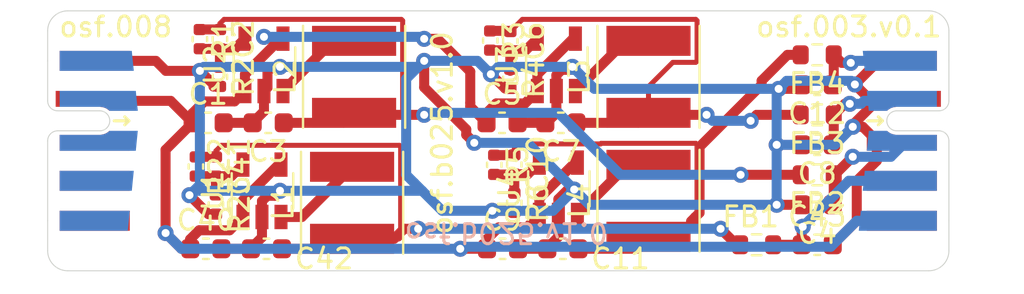
<source format=kicad_pcb>
(kicad_pcb (version 20171130) (host pcbnew "(5.1.10)-1")

  (general
    (thickness 1.6)
    (drawings 16)
    (tracks 297)
    (zones 0)
    (modules 38)
    (nets 19)
  )

  (page A4)
  (layers
    (0 F.Cu signal)
    (31 B.Cu signal)
    (32 B.Adhes user)
    (33 F.Adhes user)
    (34 B.Paste user)
    (35 F.Paste user)
    (36 B.SilkS user)
    (37 F.SilkS user)
    (38 B.Mask user)
    (39 F.Mask user)
    (40 Dwgs.User user)
    (41 Cmts.User user)
    (42 Eco1.User user)
    (43 Eco2.User user)
    (44 Edge.Cuts user)
    (45 Margin user)
    (46 B.CrtYd user)
    (47 F.CrtYd user)
    (48 B.Fab user)
    (49 F.Fab user)
  )

  (setup
    (last_trace_width 0.25)
    (user_trace_width 0.5)
    (trace_clearance 0.2)
    (zone_clearance 0.508)
    (zone_45_only no)
    (trace_min 0.2)
    (via_size 0.8)
    (via_drill 0.4)
    (via_min_size 0.4)
    (via_min_drill 0.3)
    (uvia_size 0.3)
    (uvia_drill 0.1)
    (uvias_allowed no)
    (uvia_min_size 0.2)
    (uvia_min_drill 0.1)
    (edge_width 0.05)
    (segment_width 0.2)
    (pcb_text_width 0.3)
    (pcb_text_size 1.5 1.5)
    (mod_edge_width 0.12)
    (mod_text_size 1 1)
    (mod_text_width 0.15)
    (pad_size 1.524 1.524)
    (pad_drill 0.762)
    (pad_to_mask_clearance 0.051)
    (solder_mask_min_width 0.25)
    (aux_axis_origin 0 0)
    (visible_elements 7FFFFFFF)
    (pcbplotparams
      (layerselection 0x010fc_ffffffff)
      (usegerberextensions false)
      (usegerberattributes false)
      (usegerberadvancedattributes false)
      (creategerberjobfile false)
      (excludeedgelayer true)
      (linewidth 0.100000)
      (plotframeref false)
      (viasonmask false)
      (mode 1)
      (useauxorigin false)
      (hpglpennumber 1)
      (hpglpenspeed 20)
      (hpglpendiameter 15.000000)
      (psnegative false)
      (psa4output false)
      (plotreference true)
      (plotvalue true)
      (plotinvisibletext false)
      (padsonsilk false)
      (subtractmaskfromsilk false)
      (outputformat 1)
      (mirror false)
      (drillshape 0)
      (scaleselection 1)
      (outputdirectory "gerber"))
  )

  (net 0 "")
  (net 1 GND)
  (net 2 /1.2v/in)
  (net 3 "Net-(C2-Pad2)")
  (net 4 /2.5v/out)
  (net 5 "Net-(C6-Pad2)")
  (net 6 /1.8v/out)
  (net 7 "Net-(C10-Pad2)")
  (net 8 /1.2v/out)
  (net 9 "Net-(C41-Pad2)")
  (net 10 /3.3v/out)
  (net 11 "Net-(L1-Pad2)")
  (net 12 "Net-(L2-Pad2)")
  (net 13 "Net-(L3-Pad2)")
  (net 14 "Net-(L4-Pad2)")
  (net 15 "Net-(C2-Pad1)")
  (net 16 "Net-(C6-Pad1)")
  (net 17 "Net-(C10-Pad1)")
  (net 18 "Net-(C41-Pad1)")

  (net_class Default "This is the default net class."
    (clearance 0.2)
    (trace_width 0.25)
    (via_dia 0.8)
    (via_drill 0.4)
    (uvia_dia 0.3)
    (uvia_drill 0.1)
    (add_net /1.2v/in)
    (add_net /1.2v/out)
    (add_net /1.8v/out)
    (add_net /2.5v/out)
    (add_net /3.3v/out)
    (add_net GND)
    (add_net "Net-(C10-Pad1)")
    (add_net "Net-(C10-Pad2)")
    (add_net "Net-(C2-Pad1)")
    (add_net "Net-(C2-Pad2)")
    (add_net "Net-(C41-Pad1)")
    (add_net "Net-(C41-Pad2)")
    (add_net "Net-(C6-Pad1)")
    (add_net "Net-(C6-Pad2)")
    (add_net "Net-(L1-Pad2)")
    (add_net "Net-(L2-Pad2)")
    (add_net "Net-(L3-Pad2)")
    (add_net "Net-(L4-Pad2)")
  )

  (module Capacitor_SMD:C_0603_1608Metric (layer F.Cu) (tedit 5F68FEEE) (tstamp 60B50B92)
    (at 168.425 90.7 180)
    (descr "Capacitor SMD 0603 (1608 Metric), square (rectangular) end terminal, IPC_7351 nominal, (Body size source: IPC-SM-782 page 76, https://www.pcb-3d.com/wordpress/wp-content/uploads/ipc-sm-782a_amendment_1_and_2.pdf), generated with kicad-footprint-generator")
    (tags capacitor)
    (path /6043D3FA/60448B00)
    (attr smd)
    (fp_text reference C8 (at 0 -1.43) (layer F.SilkS)
      (effects (font (size 1 1) (thickness 0.15)))
    )
    (fp_text value 22uF (at 0 1.43) (layer F.Fab)
      (effects (font (size 1 1) (thickness 0.15)))
    )
    (fp_line (start 1.48 0.73) (end -1.48 0.73) (layer F.CrtYd) (width 0.05))
    (fp_line (start 1.48 -0.73) (end 1.48 0.73) (layer F.CrtYd) (width 0.05))
    (fp_line (start -1.48 -0.73) (end 1.48 -0.73) (layer F.CrtYd) (width 0.05))
    (fp_line (start -1.48 0.73) (end -1.48 -0.73) (layer F.CrtYd) (width 0.05))
    (fp_line (start -0.14058 0.51) (end 0.14058 0.51) (layer F.SilkS) (width 0.12))
    (fp_line (start -0.14058 -0.51) (end 0.14058 -0.51) (layer F.SilkS) (width 0.12))
    (fp_line (start 0.8 0.4) (end -0.8 0.4) (layer F.Fab) (width 0.1))
    (fp_line (start 0.8 -0.4) (end 0.8 0.4) (layer F.Fab) (width 0.1))
    (fp_line (start -0.8 -0.4) (end 0.8 -0.4) (layer F.Fab) (width 0.1))
    (fp_line (start -0.8 0.4) (end -0.8 -0.4) (layer F.Fab) (width 0.1))
    (fp_text user %R (at 0 0) (layer F.Fab)
      (effects (font (size 0.4 0.4) (thickness 0.06)))
    )
    (pad 2 smd roundrect (at 0.775 0 180) (size 0.9 0.95) (layers F.Cu F.Paste F.Mask) (roundrect_rratio 0.25)
      (net 1 GND))
    (pad 1 smd roundrect (at -0.775 0 180) (size 0.9 0.95) (layers F.Cu F.Paste F.Mask) (roundrect_rratio 0.25)
      (net 6 /1.8v/out))
    (model ${KISYS3DMOD}/Capacitor_SMD.3dshapes/C_0603_1608Metric.wrl
      (at (xyz 0 0 0))
      (scale (xyz 1 1 1))
      (rotate (xyz 0 0 0))
    )
  )

  (module Resistor_SMD:R_0603_1608Metric (layer F.Cu) (tedit 5F68FEEE) (tstamp 60B51BBE)
    (at 168.425 86.2 180)
    (descr "Resistor SMD 0603 (1608 Metric), square (rectangular) end terminal, IPC_7351 nominal, (Body size source: IPC-SM-782 page 72, https://www.pcb-3d.com/wordpress/wp-content/uploads/ipc-sm-782a_amendment_1_and_2.pdf), generated with kicad-footprint-generator")
    (tags resistor)
    (path /6043D498/60B6362C)
    (attr smd)
    (fp_text reference FB4 (at 0 -1.43) (layer F.SilkS)
      (effects (font (size 1 1) (thickness 0.15)))
    )
    (fp_text value 120R (at 0 1.43) (layer F.Fab)
      (effects (font (size 1 1) (thickness 0.15)))
    )
    (fp_line (start 1.48 0.73) (end -1.48 0.73) (layer F.CrtYd) (width 0.05))
    (fp_line (start 1.48 -0.73) (end 1.48 0.73) (layer F.CrtYd) (width 0.05))
    (fp_line (start -1.48 -0.73) (end 1.48 -0.73) (layer F.CrtYd) (width 0.05))
    (fp_line (start -1.48 0.73) (end -1.48 -0.73) (layer F.CrtYd) (width 0.05))
    (fp_line (start -0.237258 0.5225) (end 0.237258 0.5225) (layer F.SilkS) (width 0.12))
    (fp_line (start -0.237258 -0.5225) (end 0.237258 -0.5225) (layer F.SilkS) (width 0.12))
    (fp_line (start 0.8 0.4125) (end -0.8 0.4125) (layer F.Fab) (width 0.1))
    (fp_line (start 0.8 -0.4125) (end 0.8 0.4125) (layer F.Fab) (width 0.1))
    (fp_line (start -0.8 -0.4125) (end 0.8 -0.4125) (layer F.Fab) (width 0.1))
    (fp_line (start -0.8 0.4125) (end -0.8 -0.4125) (layer F.Fab) (width 0.1))
    (fp_text user %R (at 0 0) (layer F.Fab)
      (effects (font (size 0.4 0.4) (thickness 0.06)))
    )
    (pad 2 smd roundrect (at 0.825 0 180) (size 0.8 0.95) (layers F.Cu F.Paste F.Mask) (roundrect_rratio 0.25)
      (net 17 "Net-(C10-Pad1)"))
    (pad 1 smd roundrect (at -0.825 0 180) (size 0.8 0.95) (layers F.Cu F.Paste F.Mask) (roundrect_rratio 0.25)
      (net 8 /1.2v/out))
    (model ${KISYS3DMOD}/Resistor_SMD.3dshapes/R_0603_1608Metric.wrl
      (at (xyz 0 0 0))
      (scale (xyz 1 1 1))
      (rotate (xyz 0 0 0))
    )
  )

  (module Resistor_SMD:R_0603_1608Metric (layer F.Cu) (tedit 5F68FEEE) (tstamp 60B51BAD)
    (at 168.425 89.2 180)
    (descr "Resistor SMD 0603 (1608 Metric), square (rectangular) end terminal, IPC_7351 nominal, (Body size source: IPC-SM-782 page 72, https://www.pcb-3d.com/wordpress/wp-content/uploads/ipc-sm-782a_amendment_1_and_2.pdf), generated with kicad-footprint-generator")
    (tags resistor)
    (path /6043D3FA/60B6203F)
    (attr smd)
    (fp_text reference FB3 (at 0 -1.43) (layer F.SilkS)
      (effects (font (size 1 1) (thickness 0.15)))
    )
    (fp_text value 120R (at 0 1.43) (layer F.Fab)
      (effects (font (size 1 1) (thickness 0.15)))
    )
    (fp_line (start 1.48 0.73) (end -1.48 0.73) (layer F.CrtYd) (width 0.05))
    (fp_line (start 1.48 -0.73) (end 1.48 0.73) (layer F.CrtYd) (width 0.05))
    (fp_line (start -1.48 -0.73) (end 1.48 -0.73) (layer F.CrtYd) (width 0.05))
    (fp_line (start -1.48 0.73) (end -1.48 -0.73) (layer F.CrtYd) (width 0.05))
    (fp_line (start -0.237258 0.5225) (end 0.237258 0.5225) (layer F.SilkS) (width 0.12))
    (fp_line (start -0.237258 -0.5225) (end 0.237258 -0.5225) (layer F.SilkS) (width 0.12))
    (fp_line (start 0.8 0.4125) (end -0.8 0.4125) (layer F.Fab) (width 0.1))
    (fp_line (start 0.8 -0.4125) (end 0.8 0.4125) (layer F.Fab) (width 0.1))
    (fp_line (start -0.8 -0.4125) (end 0.8 -0.4125) (layer F.Fab) (width 0.1))
    (fp_line (start -0.8 0.4125) (end -0.8 -0.4125) (layer F.Fab) (width 0.1))
    (fp_text user %R (at 0 0) (layer F.Fab)
      (effects (font (size 0.4 0.4) (thickness 0.06)))
    )
    (pad 2 smd roundrect (at 0.825 0 180) (size 0.8 0.95) (layers F.Cu F.Paste F.Mask) (roundrect_rratio 0.25)
      (net 16 "Net-(C6-Pad1)"))
    (pad 1 smd roundrect (at -0.825 0 180) (size 0.8 0.95) (layers F.Cu F.Paste F.Mask) (roundrect_rratio 0.25)
      (net 6 /1.8v/out))
    (model ${KISYS3DMOD}/Resistor_SMD.3dshapes/R_0603_1608Metric.wrl
      (at (xyz 0 0 0))
      (scale (xyz 1 1 1))
      (rotate (xyz 0 0 0))
    )
  )

  (module Resistor_SMD:R_0603_1608Metric (layer F.Cu) (tedit 5F68FEEE) (tstamp 60B51B9C)
    (at 168.425 92.2 180)
    (descr "Resistor SMD 0603 (1608 Metric), square (rectangular) end terminal, IPC_7351 nominal, (Body size source: IPC-SM-782 page 72, https://www.pcb-3d.com/wordpress/wp-content/uploads/ipc-sm-782a_amendment_1_and_2.pdf), generated with kicad-footprint-generator")
    (tags resistor)
    (path /6043D363/60B607FC)
    (attr smd)
    (fp_text reference FB2 (at 0 -1.43) (layer F.SilkS)
      (effects (font (size 1 1) (thickness 0.15)))
    )
    (fp_text value 120R (at 0 1.43) (layer F.Fab)
      (effects (font (size 1 1) (thickness 0.15)))
    )
    (fp_line (start 1.48 0.73) (end -1.48 0.73) (layer F.CrtYd) (width 0.05))
    (fp_line (start 1.48 -0.73) (end 1.48 0.73) (layer F.CrtYd) (width 0.05))
    (fp_line (start -1.48 -0.73) (end 1.48 -0.73) (layer F.CrtYd) (width 0.05))
    (fp_line (start -1.48 0.73) (end -1.48 -0.73) (layer F.CrtYd) (width 0.05))
    (fp_line (start -0.237258 0.5225) (end 0.237258 0.5225) (layer F.SilkS) (width 0.12))
    (fp_line (start -0.237258 -0.5225) (end 0.237258 -0.5225) (layer F.SilkS) (width 0.12))
    (fp_line (start 0.8 0.4125) (end -0.8 0.4125) (layer F.Fab) (width 0.1))
    (fp_line (start 0.8 -0.4125) (end 0.8 0.4125) (layer F.Fab) (width 0.1))
    (fp_line (start -0.8 -0.4125) (end 0.8 -0.4125) (layer F.Fab) (width 0.1))
    (fp_line (start -0.8 0.4125) (end -0.8 -0.4125) (layer F.Fab) (width 0.1))
    (fp_text user %R (at 0 0) (layer F.Fab)
      (effects (font (size 0.4 0.4) (thickness 0.06)))
    )
    (pad 2 smd roundrect (at 0.825 0 180) (size 0.8 0.95) (layers F.Cu F.Paste F.Mask) (roundrect_rratio 0.25)
      (net 15 "Net-(C2-Pad1)"))
    (pad 1 smd roundrect (at -0.825 0 180) (size 0.8 0.95) (layers F.Cu F.Paste F.Mask) (roundrect_rratio 0.25)
      (net 4 /2.5v/out))
    (model ${KISYS3DMOD}/Resistor_SMD.3dshapes/R_0603_1608Metric.wrl
      (at (xyz 0 0 0))
      (scale (xyz 1 1 1))
      (rotate (xyz 0 0 0))
    )
  )

  (module Resistor_SMD:R_0603_1608Metric (layer F.Cu) (tedit 5F68FEEE) (tstamp 60B51B8B)
    (at 165.4 95.7 180)
    (descr "Resistor SMD 0603 (1608 Metric), square (rectangular) end terminal, IPC_7351 nominal, (Body size source: IPC-SM-782 page 72, https://www.pcb-3d.com/wordpress/wp-content/uploads/ipc-sm-782a_amendment_1_and_2.pdf), generated with kicad-footprint-generator")
    (tags resistor)
    (path /6043D1E1/60B5E3D0)
    (attr smd)
    (fp_text reference FB1 (at 0.3 1.4) (layer F.SilkS)
      (effects (font (size 1 1) (thickness 0.15)))
    )
    (fp_text value 120R (at 0 1.43) (layer F.Fab)
      (effects (font (size 1 1) (thickness 0.15)))
    )
    (fp_line (start 1.48 0.73) (end -1.48 0.73) (layer F.CrtYd) (width 0.05))
    (fp_line (start 1.48 -0.73) (end 1.48 0.73) (layer F.CrtYd) (width 0.05))
    (fp_line (start -1.48 -0.73) (end 1.48 -0.73) (layer F.CrtYd) (width 0.05))
    (fp_line (start -1.48 0.73) (end -1.48 -0.73) (layer F.CrtYd) (width 0.05))
    (fp_line (start -0.237258 0.5225) (end 0.237258 0.5225) (layer F.SilkS) (width 0.12))
    (fp_line (start -0.237258 -0.5225) (end 0.237258 -0.5225) (layer F.SilkS) (width 0.12))
    (fp_line (start 0.8 0.4125) (end -0.8 0.4125) (layer F.Fab) (width 0.1))
    (fp_line (start 0.8 -0.4125) (end 0.8 0.4125) (layer F.Fab) (width 0.1))
    (fp_line (start -0.8 -0.4125) (end 0.8 -0.4125) (layer F.Fab) (width 0.1))
    (fp_line (start -0.8 0.4125) (end -0.8 -0.4125) (layer F.Fab) (width 0.1))
    (fp_text user %R (at 0 0) (layer F.Fab)
      (effects (font (size 0.4 0.4) (thickness 0.06)))
    )
    (pad 2 smd roundrect (at 0.825 0 180) (size 0.8 0.95) (layers F.Cu F.Paste F.Mask) (roundrect_rratio 0.25)
      (net 18 "Net-(C41-Pad1)"))
    (pad 1 smd roundrect (at -0.825 0 180) (size 0.8 0.95) (layers F.Cu F.Paste F.Mask) (roundrect_rratio 0.25)
      (net 10 /3.3v/out))
    (model ${KISYS3DMOD}/Resistor_SMD.3dshapes/R_0603_1608Metric.wrl
      (at (xyz 0 0 0))
      (scale (xyz 1 1 1))
      (rotate (xyz 0 0 0))
    )
  )

  (module on_edge:on_edge_2x05_device (layer F.Cu) (tedit 607DF540) (tstamp 60B4FF2C)
    (at 130 90.5 270)
    (path /60B506DC)
    (attr virtual)
    (fp_text reference J1 (at 0 1.2 270 unlocked) (layer F.Fab)
      (effects (font (size 0.5 0.5) (thickness 0.05)))
    )
    (fp_text value 008_USB (at 0 2 270 unlocked) (layer F.Fab)
      (effects (font (size 0.5 0.5) (thickness 0.05)))
    )
    (fp_line (start 5 0.5) (end 5 -5) (layer B.CrtYd) (width 0.05))
    (fp_line (start -5 0.5) (end 5 0.5) (layer B.CrtYd) (width 0.05))
    (fp_line (start -5 -5) (end -5 0.5) (layer B.CrtYd) (width 0.05))
    (fp_line (start 5 -5) (end -5 -5) (layer B.CrtYd) (width 0.05))
    (fp_line (start -5 0.5) (end -5 -5) (layer F.CrtYd) (width 0.05))
    (fp_line (start 5 0.5) (end -5 0.5) (layer F.CrtYd) (width 0.05))
    (fp_line (start 5 -5) (end 5 0.5) (layer F.CrtYd) (width 0.05))
    (fp_line (start -5 -5) (end 5 -5) (layer F.CrtYd) (width 0.05))
    (fp_line (start 0 0) (end 4 0) (layer Edge.Cuts) (width 0.05))
    (fp_line (start -4 0) (end -2 0) (layer Edge.Cuts) (width 0.05))
    (fp_line (start -1 -4.05) (end -1 -3.323) (layer F.SilkS) (width 0.153))
    (fp_line (start -1 -4.05) (end -0.8 -3.85) (layer F.SilkS) (width 0.153))
    (fp_line (start -1.2 -3.85) (end -1 -4.05) (layer F.SilkS) (width 0.153))
    (fp_line (start -0.5 -0.5) (end -0.5 -2.6) (layer Edge.Cuts) (width 0.05))
    (fp_line (start -1.5 -2.6) (end -1.5 -0.5) (layer Edge.Cuts) (width 0.05))
    (fp_arc (start -2 -0.5) (end -2 0) (angle -90) (layer Edge.Cuts) (width 0.05))
    (fp_arc (start 0 -0.5) (end -0.5 -0.5) (angle -90) (layer Edge.Cuts) (width 0.05))
    (fp_arc (start -1 -2.6) (end -0.5 -2.6) (angle -180) (layer Edge.Cuts) (width 0.05))
    (pad 2 smd custom (at -2 -3.6 270) (size 1 1) (layers F.Cu F.Mask)
      (net 2 /1.2v/in) (zone_connect 0)
      (options (clearance outline) (anchor rect))
      (primitives
        (gr_poly (pts
           (xy 0.3 1) (xy 0.31 0.89) (xy 0.33 0.81) (xy 0.35 0.75) (xy 0.37 0.7)
           (xy 0.4 0.65) (xy 0.44 0.59) (xy 0.48 0.54) (xy 0.5 0.52) (xy 0.5 -0.5)
           (xy -0.5 -0.5) (xy -0.5 3.2) (xy 0.3 3.2)) (width 0))
      ))
    (pad 3 smd custom (at 0 -3.6 270) (size 1 1) (layers F.Cu F.Mask)
      (zone_connect 0)
      (options (clearance outline) (anchor rect))
      (primitives
        (gr_poly (pts
           (xy -0.3 1) (xy -0.31 0.89) (xy -0.33 0.81) (xy -0.35 0.75) (xy -0.37 0.7)
           (xy -0.4 0.65) (xy -0.44 0.59) (xy -0.48 0.54) (xy -0.5 0.52) (xy -0.5 -0.5)
           (xy 0.5 -0.5) (xy 0.5 3) (xy -0.3 3)) (width 0))
      ))
    (pad 8 smd custom (at 0 -2.1 270) (size 0.4 0.4) (layers B.Cu B.Mask)
      (zone_connect 0)
      (options (clearance outline) (anchor rect))
      (primitives
        (gr_poly (pts
           (xy -0.3 -0.51) (xy -0.31 -0.62) (xy -0.33 -0.7) (xy -0.35 -0.76) (xy -0.37 -0.81)
           (xy -0.4 -0.86) (xy -0.44 -0.92) (xy -0.48 -0.97) (xy -0.5 -0.99) (xy -0.5 -2.4)
           (xy 0.5 -2.3) (xy 0.5 1.5) (xy -0.3 1.5)) (width 0))
      ))
    (pad 7 smd custom (at -2 -2.1 270) (size 0.4 0.4) (layers B.Cu B.Mask)
      (zone_connect 0)
      (options (clearance outline) (anchor rect))
      (primitives
        (gr_poly (pts
           (xy 0.3 -0.51) (xy 0.31 -0.62) (xy 0.33 -0.7) (xy 0.35 -0.76) (xy 0.37 -0.81)
           (xy 0.4 -0.86) (xy 0.44 -0.92) (xy 0.48 -0.97) (xy 0.5 -0.99) (xy 0.5 -2.4)
           (xy -0.5 -2.3) (xy -0.5 1.5) (xy 0.3 1.5)) (width 0))
      ))
    (pad 10 smd custom (at 4 -2.3 270) (size 1 3.4) (layers B.Cu B.Mask)
      (zone_connect 0)
      (options (clearance outline) (anchor rect))
      (primitives
        (gr_poly (pts
           (xy -0.5 -1.7) (xy -0.5 -1.8) (xy 0.5 -1.7)) (width 0))
      ))
    (pad 9 smd custom (at 2 -2.4 270) (size 1 3.6) (layers B.Cu B.Mask)
      (zone_connect 0)
      (options (clearance outline) (anchor rect))
      (primitives
        (gr_poly (pts
           (xy -0.5 -1.8) (xy -0.5 -1.9) (xy 0.5 -1.8)) (width 0))
      ))
    (pad 6 smd custom (at -4 -2.4 270) (size 1 3.6) (layers B.Cu B.Mask)
      (zone_connect 0)
      (options (clearance outline) (anchor rect))
      (primitives
        (gr_poly (pts
           (xy 0.5 -1.8) (xy 0.5 -1.9) (xy -0.5 -1.8)) (width 0))
      ))
    (pad 5 smd rect (at 4 -2.35 90) (size 1 3.5) (layers F.Cu F.Mask)
      (zone_connect 0))
    (pad 1 smd rect (at -4 -2.35 90) (size 1 3.5) (layers F.Cu F.Mask)
      (net 1 GND) (zone_connect 0))
    (pad 4 smd rect (at 2 -2.35 90) (size 1 3.5) (layers F.Cu F.Mask)
      (zone_connect 0))
  )

  (module on_edge:on_edge_2x05_host (layer F.Cu) (tedit 607DF692) (tstamp 6043E8B6)
    (at 175 90.5 270)
    (path /6043B711)
    (attr virtual)
    (fp_text reference J2 (at 0.05 -3.2 180 unlocked) (layer F.Fab)
      (effects (font (size 0.5 0.5) (thickness 0.125)))
    )
    (fp_text value 003_power_2x5 (at -1.2 -2 90) (layer F.Fab)
      (effects (font (size 1 1) (thickness 0.15)))
    )
    (fp_line (start -1 4.05) (end -1 3.323) (layer F.SilkS) (width 0.153))
    (fp_line (start -0.8 3.523) (end -1 3.323) (layer F.SilkS) (width 0.153))
    (fp_line (start -1 3.323) (end -1.2 3.523) (layer F.SilkS) (width 0.153))
    (fp_line (start -1.5 0.5) (end -1.5 2.6) (layer Edge.Cuts) (width 0.05))
    (fp_line (start -0.5 2.6) (end -0.5 0.5) (layer Edge.Cuts) (width 0.05))
    (fp_line (start -4 0) (end -2 0) (layer Edge.Cuts) (width 0.05))
    (fp_line (start 0 0) (end 4 0) (layer Edge.Cuts) (width 0.05))
    (fp_line (start -5 5) (end 5 5) (layer F.CrtYd) (width 0.05))
    (fp_line (start 5 5) (end 5 -0.5) (layer F.CrtYd) (width 0.05))
    (fp_line (start 5 -0.5) (end -5 -0.5) (layer F.CrtYd) (width 0.05))
    (fp_line (start -5 -0.5) (end -5 5) (layer F.CrtYd) (width 0.05))
    (fp_line (start 5 5) (end -5 5) (layer B.CrtYd) (width 0.05))
    (fp_line (start -5 5) (end -5 -0.5) (layer B.CrtYd) (width 0.05))
    (fp_line (start -5 -0.5) (end 5 -0.5) (layer B.CrtYd) (width 0.05))
    (fp_line (start 5 -0.5) (end 5 5) (layer B.CrtYd) (width 0.05))
    (fp_arc (start 0 0.5) (end 0 0) (angle -90) (layer Edge.Cuts) (width 0.05))
    (fp_arc (start -2 0.5) (end -1.5 0.5) (angle -90) (layer Edge.Cuts) (width 0.05))
    (fp_arc (start -1 2.6) (end -1.5 2.6) (angle -180) (layer Edge.Cuts) (width 0.05))
    (pad 2 smd custom (at -2 3.6 270) (size 1 1) (layers F.Cu F.Mask)
      (net 1 GND) (zone_connect 0)
      (options (clearance outline) (anchor rect))
      (primitives
        (gr_poly (pts
           (xy 0.3 -0.99) (xy 0.31 -0.88) (xy 0.33 -0.8) (xy 0.35 -0.74) (xy 0.37 -0.69)
           (xy 0.4 -0.64) (xy 0.44 -0.58) (xy 0.48 -0.53) (xy 0.5 -0.51) (xy 0.5 0.5)
           (xy -0.5 0.5) (xy -0.5 -3.2) (xy 0.3 -3.2)) (width 0))
      ))
    (pad 3 smd custom (at 0 3.6 270) (size 1 1) (layers F.Cu F.Mask)
      (net 1 GND) (zone_connect 0)
      (options (clearance outline) (anchor rect))
      (primitives
        (gr_poly (pts
           (xy -0.3 -0.99) (xy -0.31 -0.88) (xy -0.33 -0.8) (xy -0.35 -0.74) (xy -0.37 -0.69)
           (xy -0.4 -0.64) (xy -0.44 -0.58) (xy -0.48 -0.53) (xy -0.5 -0.51) (xy -0.5 0.5)
           (xy 0.5 0.5) (xy 0.5 -3) (xy -0.3 -3)) (width 0))
      ))
    (pad 8 smd custom (at 0 2.1 90) (size 0.4 0.4) (layers B.Cu B.Mask)
      (net 4 /2.5v/out) (zone_connect 0)
      (options (clearance outline) (anchor rect))
      (primitives
        (gr_poly (pts
           (xy 0.3 -0.51) (xy 0.31 -0.62) (xy 0.33 -0.7) (xy 0.35 -0.76) (xy 0.37 -0.81)
           (xy 0.4 -0.86) (xy 0.44 -0.92) (xy 0.48 -0.97) (xy 0.5 -0.99) (xy 0.5 -1.9)
           (xy -0.5 -2) (xy -0.5 1.5) (xy 0.3 1.5)) (width 0))
      ))
    (pad 7 smd custom (at -2 2.1 90) (size 0.4 0.4) (layers B.Cu B.Mask)
      (net 6 /1.8v/out) (zone_connect 0)
      (options (clearance outline) (anchor rect))
      (primitives
        (gr_poly (pts
           (xy -0.3 -0.51) (xy -0.31 -0.62) (xy -0.33 -0.7) (xy -0.35 -0.76) (xy -0.37 -0.81)
           (xy -0.4 -0.86) (xy -0.44 -0.92) (xy -0.48 -0.97) (xy -0.5 -0.99) (xy -0.5 -1.9)
           (xy 0.5 -2) (xy 0.5 1.5) (xy -0.3 1.5)) (width 0))
      ))
    (pad 4 smd rect (at 2 2.35 270) (size 1 3.5) (layers F.Cu F.Mask)
      (net 1 GND) (zone_connect 0))
    (pad 10 smd custom (at 4 2.5 90) (size 1 3.8) (layers B.Cu B.Mask)
      (net 2 /1.2v/in) (zone_connect 0)
      (options (clearance outline) (anchor rect))
      (primitives
        (gr_poly (pts
           (xy 0.5 -1.9) (xy -0.5 -2) (xy -0.5 -1.9)) (width 0))
      ))
    (pad 9 smd custom (at 2 2.4 90) (size 1 3.6) (layers B.Cu B.Mask)
      (net 10 /3.3v/out) (zone_connect 0)
      (options (clearance outline) (anchor rect))
      (primitives
        (gr_poly (pts
           (xy 0.5 -1.8) (xy -0.5 -1.9) (xy -0.5 -1.8)) (width 0))
      ))
    (pad 6 smd custom (at -4 2.4 90) (size 1 3.6) (layers B.Cu B.Mask)
      (net 8 /1.2v/out) (zone_connect 0)
      (options (clearance outline) (anchor rect))
      (primitives
        (gr_poly (pts
           (xy 0.5 -1.8) (xy 0.5 -1.9) (xy -0.5 -1.8)) (width 0))
      ))
    (pad 5 smd rect (at 4 2.35 270) (size 1 3.5) (layers F.Cu F.Mask)
      (net 1 GND) (zone_connect 0))
    (pad 1 smd rect (at -4 2.35 270) (size 1 3.5) (layers F.Cu F.Mask)
      (net 1 GND) (zone_connect 0))
  )

  (module Package_TO_SOT_SMD:TSOT-23-5 (layer F.Cu) (tedit 5A02FF57) (tstamp 60B50A22)
    (at 155.5 92.9 90)
    (descr "5-pin TSOT23 package, http://cds.linear.com/docs/en/packaging/SOT_5_05-08-1635.pdf")
    (tags TSOT-23-5)
    (path /6043D498/6044B9A4)
    (attr smd)
    (fp_text reference U4 (at 0 -2.45 90) (layer F.SilkS)
      (effects (font (size 1 1) (thickness 0.15)))
    )
    (fp_text value AP3429 (at 0 2.5 90) (layer F.Fab)
      (effects (font (size 1 1) (thickness 0.15)))
    )
    (fp_line (start 2.17 1.7) (end -2.17 1.7) (layer F.CrtYd) (width 0.05))
    (fp_line (start 2.17 1.7) (end 2.17 -1.7) (layer F.CrtYd) (width 0.05))
    (fp_line (start -2.17 -1.7) (end -2.17 1.7) (layer F.CrtYd) (width 0.05))
    (fp_line (start -2.17 -1.7) (end 2.17 -1.7) (layer F.CrtYd) (width 0.05))
    (fp_line (start 0.88 -1.45) (end 0.88 1.45) (layer F.Fab) (width 0.1))
    (fp_line (start 0.88 1.45) (end -0.88 1.45) (layer F.Fab) (width 0.1))
    (fp_line (start -0.88 -1) (end -0.88 1.45) (layer F.Fab) (width 0.1))
    (fp_line (start 0.88 -1.45) (end -0.43 -1.45) (layer F.Fab) (width 0.1))
    (fp_line (start -0.88 -1) (end -0.43 -1.45) (layer F.Fab) (width 0.1))
    (fp_line (start 0.88 -1.51) (end -1.55 -1.51) (layer F.SilkS) (width 0.12))
    (fp_line (start -0.88 1.56) (end 0.88 1.56) (layer F.SilkS) (width 0.12))
    (fp_text user %R (at 0 0) (layer F.Fab)
      (effects (font (size 0.5 0.5) (thickness 0.075)))
    )
    (pad 5 smd rect (at 1.31 -0.95 90) (size 1.22 0.65) (layers F.Cu F.Paste F.Mask)
      (net 7 "Net-(C10-Pad2)"))
    (pad 4 smd rect (at 1.31 0.95 90) (size 1.22 0.65) (layers F.Cu F.Paste F.Mask)
      (net 2 /1.2v/in))
    (pad 3 smd rect (at -1.31 0.95 90) (size 1.22 0.65) (layers F.Cu F.Paste F.Mask)
      (net 14 "Net-(L4-Pad2)"))
    (pad 2 smd rect (at -1.31 0 90) (size 1.22 0.65) (layers F.Cu F.Paste F.Mask)
      (net 1 GND))
    (pad 1 smd rect (at -1.31 -0.95 90) (size 1.22 0.65) (layers F.Cu F.Paste F.Mask)
      (net 2 /1.2v/in))
    (model ${KISYS3DMOD}/Package_TO_SOT_SMD.3dshapes/TSOT-23-5.wrl
      (at (xyz 0 0 0))
      (scale (xyz 1 1 1))
      (rotate (xyz 0 0 0))
    )
  )

  (module Package_TO_SOT_SMD:TSOT-23-5 (layer F.Cu) (tedit 5A02FF57) (tstamp 60B50A9A)
    (at 155.4 86.7 90)
    (descr "5-pin TSOT23 package, http://cds.linear.com/docs/en/packaging/SOT_5_05-08-1635.pdf")
    (tags TSOT-23-5)
    (path /6043D3FA/60448AEE)
    (attr smd)
    (fp_text reference U3 (at 0 -2.45 90) (layer F.SilkS)
      (effects (font (size 1 1) (thickness 0.15)))
    )
    (fp_text value AP3429 (at 0 2.5 90) (layer F.Fab)
      (effects (font (size 1 1) (thickness 0.15)))
    )
    (fp_line (start 2.17 1.7) (end -2.17 1.7) (layer F.CrtYd) (width 0.05))
    (fp_line (start 2.17 1.7) (end 2.17 -1.7) (layer F.CrtYd) (width 0.05))
    (fp_line (start -2.17 -1.7) (end -2.17 1.7) (layer F.CrtYd) (width 0.05))
    (fp_line (start -2.17 -1.7) (end 2.17 -1.7) (layer F.CrtYd) (width 0.05))
    (fp_line (start 0.88 -1.45) (end 0.88 1.45) (layer F.Fab) (width 0.1))
    (fp_line (start 0.88 1.45) (end -0.88 1.45) (layer F.Fab) (width 0.1))
    (fp_line (start -0.88 -1) (end -0.88 1.45) (layer F.Fab) (width 0.1))
    (fp_line (start 0.88 -1.45) (end -0.43 -1.45) (layer F.Fab) (width 0.1))
    (fp_line (start -0.88 -1) (end -0.43 -1.45) (layer F.Fab) (width 0.1))
    (fp_line (start 0.88 -1.51) (end -1.55 -1.51) (layer F.SilkS) (width 0.12))
    (fp_line (start -0.88 1.56) (end 0.88 1.56) (layer F.SilkS) (width 0.12))
    (fp_text user %R (at 0 0) (layer F.Fab)
      (effects (font (size 0.5 0.5) (thickness 0.075)))
    )
    (pad 5 smd rect (at 1.31 -0.95 90) (size 1.22 0.65) (layers F.Cu F.Paste F.Mask)
      (net 5 "Net-(C6-Pad2)"))
    (pad 4 smd rect (at 1.31 0.95 90) (size 1.22 0.65) (layers F.Cu F.Paste F.Mask)
      (net 2 /1.2v/in))
    (pad 3 smd rect (at -1.31 0.95 90) (size 1.22 0.65) (layers F.Cu F.Paste F.Mask)
      (net 13 "Net-(L3-Pad2)"))
    (pad 2 smd rect (at -1.31 0 90) (size 1.22 0.65) (layers F.Cu F.Paste F.Mask)
      (net 1 GND))
    (pad 1 smd rect (at -1.31 -0.95 90) (size 1.22 0.65) (layers F.Cu F.Paste F.Mask)
      (net 2 /1.2v/in))
    (model ${KISYS3DMOD}/Package_TO_SOT_SMD.3dshapes/TSOT-23-5.wrl
      (at (xyz 0 0 0))
      (scale (xyz 1 1 1))
      (rotate (xyz 0 0 0))
    )
  )

  (module Package_TO_SOT_SMD:TSOT-23-5 (layer F.Cu) (tedit 5A02FF57) (tstamp 60B50A5E)
    (at 140.8 86.7 90)
    (descr "5-pin TSOT23 package, http://cds.linear.com/docs/en/packaging/SOT_5_05-08-1635.pdf")
    (tags TSOT-23-5)
    (path /6043D363/604467D0)
    (attr smd)
    (fp_text reference U2 (at 0 -2.45 90) (layer F.SilkS)
      (effects (font (size 1 1) (thickness 0.15)))
    )
    (fp_text value AP3429 (at 0 2.5 90) (layer F.Fab)
      (effects (font (size 1 1) (thickness 0.15)))
    )
    (fp_line (start 2.17 1.7) (end -2.17 1.7) (layer F.CrtYd) (width 0.05))
    (fp_line (start 2.17 1.7) (end 2.17 -1.7) (layer F.CrtYd) (width 0.05))
    (fp_line (start -2.17 -1.7) (end -2.17 1.7) (layer F.CrtYd) (width 0.05))
    (fp_line (start -2.17 -1.7) (end 2.17 -1.7) (layer F.CrtYd) (width 0.05))
    (fp_line (start 0.88 -1.45) (end 0.88 1.45) (layer F.Fab) (width 0.1))
    (fp_line (start 0.88 1.45) (end -0.88 1.45) (layer F.Fab) (width 0.1))
    (fp_line (start -0.88 -1) (end -0.88 1.45) (layer F.Fab) (width 0.1))
    (fp_line (start 0.88 -1.45) (end -0.43 -1.45) (layer F.Fab) (width 0.1))
    (fp_line (start -0.88 -1) (end -0.43 -1.45) (layer F.Fab) (width 0.1))
    (fp_line (start 0.88 -1.51) (end -1.55 -1.51) (layer F.SilkS) (width 0.12))
    (fp_line (start -0.88 1.56) (end 0.88 1.56) (layer F.SilkS) (width 0.12))
    (fp_text user %R (at 0 0) (layer F.Fab)
      (effects (font (size 0.5 0.5) (thickness 0.075)))
    )
    (pad 5 smd rect (at 1.31 -0.95 90) (size 1.22 0.65) (layers F.Cu F.Paste F.Mask)
      (net 3 "Net-(C2-Pad2)"))
    (pad 4 smd rect (at 1.31 0.95 90) (size 1.22 0.65) (layers F.Cu F.Paste F.Mask)
      (net 2 /1.2v/in))
    (pad 3 smd rect (at -1.31 0.95 90) (size 1.22 0.65) (layers F.Cu F.Paste F.Mask)
      (net 12 "Net-(L2-Pad2)"))
    (pad 2 smd rect (at -1.31 0 90) (size 1.22 0.65) (layers F.Cu F.Paste F.Mask)
      (net 1 GND))
    (pad 1 smd rect (at -1.31 -0.95 90) (size 1.22 0.65) (layers F.Cu F.Paste F.Mask)
      (net 2 /1.2v/in))
    (model ${KISYS3DMOD}/Package_TO_SOT_SMD.3dshapes/TSOT-23-5.wrl
      (at (xyz 0 0 0))
      (scale (xyz 1 1 1))
      (rotate (xyz 0 0 0))
    )
  )

  (module Package_TO_SOT_SMD:TSOT-23-5 (layer F.Cu) (tedit 5A02FF57) (tstamp 60B509E6)
    (at 140.7 93 90)
    (descr "5-pin TSOT23 package, http://cds.linear.com/docs/en/packaging/SOT_5_05-08-1635.pdf")
    (tags TSOT-23-5)
    (path /6043D1E1/5FD9B848)
    (attr smd)
    (fp_text reference U1 (at 0 -2.45 90) (layer F.SilkS)
      (effects (font (size 1 1) (thickness 0.15)))
    )
    (fp_text value AP3429 (at 0 2.5 90) (layer F.Fab)
      (effects (font (size 1 1) (thickness 0.15)))
    )
    (fp_line (start 2.17 1.7) (end -2.17 1.7) (layer F.CrtYd) (width 0.05))
    (fp_line (start 2.17 1.7) (end 2.17 -1.7) (layer F.CrtYd) (width 0.05))
    (fp_line (start -2.17 -1.7) (end -2.17 1.7) (layer F.CrtYd) (width 0.05))
    (fp_line (start -2.17 -1.7) (end 2.17 -1.7) (layer F.CrtYd) (width 0.05))
    (fp_line (start 0.88 -1.45) (end 0.88 1.45) (layer F.Fab) (width 0.1))
    (fp_line (start 0.88 1.45) (end -0.88 1.45) (layer F.Fab) (width 0.1))
    (fp_line (start -0.88 -1) (end -0.88 1.45) (layer F.Fab) (width 0.1))
    (fp_line (start 0.88 -1.45) (end -0.43 -1.45) (layer F.Fab) (width 0.1))
    (fp_line (start -0.88 -1) (end -0.43 -1.45) (layer F.Fab) (width 0.1))
    (fp_line (start 0.88 -1.51) (end -1.55 -1.51) (layer F.SilkS) (width 0.12))
    (fp_line (start -0.88 1.56) (end 0.88 1.56) (layer F.SilkS) (width 0.12))
    (fp_text user %R (at 0 0) (layer F.Fab)
      (effects (font (size 0.5 0.5) (thickness 0.075)))
    )
    (pad 5 smd rect (at 1.31 -0.95 90) (size 1.22 0.65) (layers F.Cu F.Paste F.Mask)
      (net 9 "Net-(C41-Pad2)"))
    (pad 4 smd rect (at 1.31 0.95 90) (size 1.22 0.65) (layers F.Cu F.Paste F.Mask)
      (net 2 /1.2v/in))
    (pad 3 smd rect (at -1.31 0.95 90) (size 1.22 0.65) (layers F.Cu F.Paste F.Mask)
      (net 11 "Net-(L1-Pad2)"))
    (pad 2 smd rect (at -1.31 0 90) (size 1.22 0.65) (layers F.Cu F.Paste F.Mask)
      (net 1 GND))
    (pad 1 smd rect (at -1.31 -0.95 90) (size 1.22 0.65) (layers F.Cu F.Paste F.Mask)
      (net 2 /1.2v/in))
    (model ${KISYS3DMOD}/Package_TO_SOT_SMD.3dshapes/TSOT-23-5.wrl
      (at (xyz 0 0 0))
      (scale (xyz 1 1 1))
      (rotate (xyz 0 0 0))
    )
  )

  (module Capacitor_SMD:C_0402_1005Metric (layer F.Cu) (tedit 5F68FEEE) (tstamp 60B50B02)
    (at 138.4 93.685 270)
    (descr "Capacitor SMD 0402 (1005 Metric), square (rectangular) end terminal, IPC_7351 nominal, (Body size source: IPC-SM-782 page 76, https://www.pcb-3d.com/wordpress/wp-content/uploads/ipc-sm-782a_amendment_1_and_2.pdf), generated with kicad-footprint-generator")
    (tags capacitor)
    (path /6043D1E1/5FD9B87B)
    (attr smd)
    (fp_text reference R23 (at 0 -1.17 90) (layer F.SilkS)
      (effects (font (size 1 1) (thickness 0.15)))
    )
    (fp_text value 100k (at 0 1.17 90) (layer F.Fab)
      (effects (font (size 1 1) (thickness 0.15)))
    )
    (fp_line (start 0.91 0.46) (end -0.91 0.46) (layer F.CrtYd) (width 0.05))
    (fp_line (start 0.91 -0.46) (end 0.91 0.46) (layer F.CrtYd) (width 0.05))
    (fp_line (start -0.91 -0.46) (end 0.91 -0.46) (layer F.CrtYd) (width 0.05))
    (fp_line (start -0.91 0.46) (end -0.91 -0.46) (layer F.CrtYd) (width 0.05))
    (fp_line (start -0.107836 0.36) (end 0.107836 0.36) (layer F.SilkS) (width 0.12))
    (fp_line (start -0.107836 -0.36) (end 0.107836 -0.36) (layer F.SilkS) (width 0.12))
    (fp_line (start 0.5 0.25) (end -0.5 0.25) (layer F.Fab) (width 0.1))
    (fp_line (start 0.5 -0.25) (end 0.5 0.25) (layer F.Fab) (width 0.1))
    (fp_line (start -0.5 -0.25) (end 0.5 -0.25) (layer F.Fab) (width 0.1))
    (fp_line (start -0.5 0.25) (end -0.5 -0.25) (layer F.Fab) (width 0.1))
    (fp_text user %R (at 0 0 90) (layer F.Fab)
      (effects (font (size 0.25 0.25) (thickness 0.04)))
    )
    (pad 2 smd roundrect (at 0.48 0 270) (size 0.56 0.62) (layers F.Cu F.Paste F.Mask) (roundrect_rratio 0.25)
      (net 1 GND))
    (pad 1 smd roundrect (at -0.48 0 270) (size 0.56 0.62) (layers F.Cu F.Paste F.Mask) (roundrect_rratio 0.25)
      (net 9 "Net-(C41-Pad2)"))
    (model ${KISYS3DMOD}/Capacitor_SMD.3dshapes/C_0402_1005Metric.wrl
      (at (xyz 0 0 0))
      (scale (xyz 1 1 1))
      (rotate (xyz 0 0 0))
    )
  )

  (module Capacitor_SMD:C_0402_1005Metric (layer F.Cu) (tedit 5F68FEEE) (tstamp 60B50AD2)
    (at 137.4 91.785 270)
    (descr "Capacitor SMD 0402 (1005 Metric), square (rectangular) end terminal, IPC_7351 nominal, (Body size source: IPC-SM-782 page 76, https://www.pcb-3d.com/wordpress/wp-content/uploads/ipc-sm-782a_amendment_1_and_2.pdf), generated with kicad-footprint-generator")
    (tags capacitor)
    (path /6043D1E1/5FD9B875)
    (attr smd)
    (fp_text reference R22 (at 0 -1.17 90) (layer F.SilkS)
      (effects (font (size 1 1) (thickness 0.15)))
    )
    (fp_text value 453k (at 0 1.17 90) (layer F.Fab)
      (effects (font (size 1 1) (thickness 0.15)))
    )
    (fp_line (start 0.91 0.46) (end -0.91 0.46) (layer F.CrtYd) (width 0.05))
    (fp_line (start 0.91 -0.46) (end 0.91 0.46) (layer F.CrtYd) (width 0.05))
    (fp_line (start -0.91 -0.46) (end 0.91 -0.46) (layer F.CrtYd) (width 0.05))
    (fp_line (start -0.91 0.46) (end -0.91 -0.46) (layer F.CrtYd) (width 0.05))
    (fp_line (start -0.107836 0.36) (end 0.107836 0.36) (layer F.SilkS) (width 0.12))
    (fp_line (start -0.107836 -0.36) (end 0.107836 -0.36) (layer F.SilkS) (width 0.12))
    (fp_line (start 0.5 0.25) (end -0.5 0.25) (layer F.Fab) (width 0.1))
    (fp_line (start 0.5 -0.25) (end 0.5 0.25) (layer F.Fab) (width 0.1))
    (fp_line (start -0.5 -0.25) (end 0.5 -0.25) (layer F.Fab) (width 0.1))
    (fp_line (start -0.5 0.25) (end -0.5 -0.25) (layer F.Fab) (width 0.1))
    (fp_text user %R (at 0 0 90) (layer F.Fab)
      (effects (font (size 0.25 0.25) (thickness 0.04)))
    )
    (pad 2 smd roundrect (at 0.48 0 270) (size 0.56 0.62) (layers F.Cu F.Paste F.Mask) (roundrect_rratio 0.25)
      (net 9 "Net-(C41-Pad2)"))
    (pad 1 smd roundrect (at -0.48 0 270) (size 0.56 0.62) (layers F.Cu F.Paste F.Mask) (roundrect_rratio 0.25)
      (net 18 "Net-(C41-Pad1)"))
    (model ${KISYS3DMOD}/Capacitor_SMD.3dshapes/C_0402_1005Metric.wrl
      (at (xyz 0 0 0))
      (scale (xyz 1 1 1))
      (rotate (xyz 0 0 0))
    )
  )

  (module Capacitor_SMD:C_0402_1005Metric (layer F.Cu) (tedit 5F68FEEE) (tstamp 60B50D15)
    (at 153.3 93.6 270)
    (descr "Capacitor SMD 0402 (1005 Metric), square (rectangular) end terminal, IPC_7351 nominal, (Body size source: IPC-SM-782 page 76, https://www.pcb-3d.com/wordpress/wp-content/uploads/ipc-sm-782a_amendment_1_and_2.pdf), generated with kicad-footprint-generator")
    (tags capacitor)
    (path /6043D498/6044B9D8)
    (attr smd)
    (fp_text reference R6 (at 0 -1.17 90) (layer F.SilkS)
      (effects (font (size 1 1) (thickness 0.15)))
    )
    (fp_text value 100k (at 0 1.17 90) (layer F.Fab)
      (effects (font (size 1 1) (thickness 0.15)))
    )
    (fp_line (start 0.91 0.46) (end -0.91 0.46) (layer F.CrtYd) (width 0.05))
    (fp_line (start 0.91 -0.46) (end 0.91 0.46) (layer F.CrtYd) (width 0.05))
    (fp_line (start -0.91 -0.46) (end 0.91 -0.46) (layer F.CrtYd) (width 0.05))
    (fp_line (start -0.91 0.46) (end -0.91 -0.46) (layer F.CrtYd) (width 0.05))
    (fp_line (start -0.107836 0.36) (end 0.107836 0.36) (layer F.SilkS) (width 0.12))
    (fp_line (start -0.107836 -0.36) (end 0.107836 -0.36) (layer F.SilkS) (width 0.12))
    (fp_line (start 0.5 0.25) (end -0.5 0.25) (layer F.Fab) (width 0.1))
    (fp_line (start 0.5 -0.25) (end 0.5 0.25) (layer F.Fab) (width 0.1))
    (fp_line (start -0.5 -0.25) (end 0.5 -0.25) (layer F.Fab) (width 0.1))
    (fp_line (start -0.5 0.25) (end -0.5 -0.25) (layer F.Fab) (width 0.1))
    (fp_text user %R (at 0 0 90) (layer F.Fab)
      (effects (font (size 0.25 0.25) (thickness 0.04)))
    )
    (pad 2 smd roundrect (at 0.48 0 270) (size 0.56 0.62) (layers F.Cu F.Paste F.Mask) (roundrect_rratio 0.25)
      (net 1 GND))
    (pad 1 smd roundrect (at -0.48 0 270) (size 0.56 0.62) (layers F.Cu F.Paste F.Mask) (roundrect_rratio 0.25)
      (net 7 "Net-(C10-Pad2)"))
    (model ${KISYS3DMOD}/Capacitor_SMD.3dshapes/C_0402_1005Metric.wrl
      (at (xyz 0 0 0))
      (scale (xyz 1 1 1))
      (rotate (xyz 0 0 0))
    )
  )

  (module Capacitor_SMD:C_0402_1005Metric (layer F.Cu) (tedit 5F68FEEE) (tstamp 60B50E95)
    (at 152.3 91.7 270)
    (descr "Capacitor SMD 0402 (1005 Metric), square (rectangular) end terminal, IPC_7351 nominal, (Body size source: IPC-SM-782 page 76, https://www.pcb-3d.com/wordpress/wp-content/uploads/ipc-sm-782a_amendment_1_and_2.pdf), generated with kicad-footprint-generator")
    (tags capacitor)
    (path /6043D498/6044B9D2)
    (attr smd)
    (fp_text reference R5 (at 0 -1.17 90) (layer F.SilkS)
      (effects (font (size 1 1) (thickness 0.15)))
    )
    (fp_text value 100k (at 0 1.17 90) (layer F.Fab)
      (effects (font (size 1 1) (thickness 0.15)))
    )
    (fp_line (start 0.91 0.46) (end -0.91 0.46) (layer F.CrtYd) (width 0.05))
    (fp_line (start 0.91 -0.46) (end 0.91 0.46) (layer F.CrtYd) (width 0.05))
    (fp_line (start -0.91 -0.46) (end 0.91 -0.46) (layer F.CrtYd) (width 0.05))
    (fp_line (start -0.91 0.46) (end -0.91 -0.46) (layer F.CrtYd) (width 0.05))
    (fp_line (start -0.107836 0.36) (end 0.107836 0.36) (layer F.SilkS) (width 0.12))
    (fp_line (start -0.107836 -0.36) (end 0.107836 -0.36) (layer F.SilkS) (width 0.12))
    (fp_line (start 0.5 0.25) (end -0.5 0.25) (layer F.Fab) (width 0.1))
    (fp_line (start 0.5 -0.25) (end 0.5 0.25) (layer F.Fab) (width 0.1))
    (fp_line (start -0.5 -0.25) (end 0.5 -0.25) (layer F.Fab) (width 0.1))
    (fp_line (start -0.5 0.25) (end -0.5 -0.25) (layer F.Fab) (width 0.1))
    (fp_text user %R (at 0 0 90) (layer F.Fab)
      (effects (font (size 0.25 0.25) (thickness 0.04)))
    )
    (pad 2 smd roundrect (at 0.48 0 270) (size 0.56 0.62) (layers F.Cu F.Paste F.Mask) (roundrect_rratio 0.25)
      (net 7 "Net-(C10-Pad2)"))
    (pad 1 smd roundrect (at -0.48 0 270) (size 0.56 0.62) (layers F.Cu F.Paste F.Mask) (roundrect_rratio 0.25)
      (net 17 "Net-(C10-Pad1)"))
    (model ${KISYS3DMOD}/Capacitor_SMD.3dshapes/C_0402_1005Metric.wrl
      (at (xyz 0 0 0))
      (scale (xyz 1 1 1))
      (rotate (xyz 0 0 0))
    )
  )

  (module Capacitor_SMD:C_0402_1005Metric (layer F.Cu) (tedit 5F68FEEE) (tstamp 60B50E1D)
    (at 153.1 87.4 270)
    (descr "Capacitor SMD 0402 (1005 Metric), square (rectangular) end terminal, IPC_7351 nominal, (Body size source: IPC-SM-782 page 76, https://www.pcb-3d.com/wordpress/wp-content/uploads/ipc-sm-782a_amendment_1_and_2.pdf), generated with kicad-footprint-generator")
    (tags capacitor)
    (path /6043D3FA/60448B22)
    (attr smd)
    (fp_text reference R4 (at 0 -1.17 90) (layer F.SilkS)
      (effects (font (size 1 1) (thickness 0.15)))
    )
    (fp_text value 100k (at 0 1.17 90) (layer F.Fab)
      (effects (font (size 1 1) (thickness 0.15)))
    )
    (fp_line (start 0.91 0.46) (end -0.91 0.46) (layer F.CrtYd) (width 0.05))
    (fp_line (start 0.91 -0.46) (end 0.91 0.46) (layer F.CrtYd) (width 0.05))
    (fp_line (start -0.91 -0.46) (end 0.91 -0.46) (layer F.CrtYd) (width 0.05))
    (fp_line (start -0.91 0.46) (end -0.91 -0.46) (layer F.CrtYd) (width 0.05))
    (fp_line (start -0.107836 0.36) (end 0.107836 0.36) (layer F.SilkS) (width 0.12))
    (fp_line (start -0.107836 -0.36) (end 0.107836 -0.36) (layer F.SilkS) (width 0.12))
    (fp_line (start 0.5 0.25) (end -0.5 0.25) (layer F.Fab) (width 0.1))
    (fp_line (start 0.5 -0.25) (end 0.5 0.25) (layer F.Fab) (width 0.1))
    (fp_line (start -0.5 -0.25) (end 0.5 -0.25) (layer F.Fab) (width 0.1))
    (fp_line (start -0.5 0.25) (end -0.5 -0.25) (layer F.Fab) (width 0.1))
    (fp_text user %R (at 0 0 90) (layer F.Fab)
      (effects (font (size 0.25 0.25) (thickness 0.04)))
    )
    (pad 2 smd roundrect (at 0.48 0 270) (size 0.56 0.62) (layers F.Cu F.Paste F.Mask) (roundrect_rratio 0.25)
      (net 1 GND))
    (pad 1 smd roundrect (at -0.48 0 270) (size 0.56 0.62) (layers F.Cu F.Paste F.Mask) (roundrect_rratio 0.25)
      (net 5 "Net-(C6-Pad2)"))
    (model ${KISYS3DMOD}/Capacitor_SMD.3dshapes/C_0402_1005Metric.wrl
      (at (xyz 0 0 0))
      (scale (xyz 1 1 1))
      (rotate (xyz 0 0 0))
    )
  )

  (module Capacitor_SMD:C_0402_1005Metric (layer F.Cu) (tedit 5F68FEEE) (tstamp 60B50F0D)
    (at 152.1 85.485 270)
    (descr "Capacitor SMD 0402 (1005 Metric), square (rectangular) end terminal, IPC_7351 nominal, (Body size source: IPC-SM-782 page 76, https://www.pcb-3d.com/wordpress/wp-content/uploads/ipc-sm-782a_amendment_1_and_2.pdf), generated with kicad-footprint-generator")
    (tags capacitor)
    (path /6043D3FA/60448B1C)
    (attr smd)
    (fp_text reference R3 (at 0 -1.17 90) (layer F.SilkS)
      (effects (font (size 1 1) (thickness 0.15)))
    )
    (fp_text value 200k (at 0 1.17 90) (layer F.Fab)
      (effects (font (size 1 1) (thickness 0.15)))
    )
    (fp_line (start 0.91 0.46) (end -0.91 0.46) (layer F.CrtYd) (width 0.05))
    (fp_line (start 0.91 -0.46) (end 0.91 0.46) (layer F.CrtYd) (width 0.05))
    (fp_line (start -0.91 -0.46) (end 0.91 -0.46) (layer F.CrtYd) (width 0.05))
    (fp_line (start -0.91 0.46) (end -0.91 -0.46) (layer F.CrtYd) (width 0.05))
    (fp_line (start -0.107836 0.36) (end 0.107836 0.36) (layer F.SilkS) (width 0.12))
    (fp_line (start -0.107836 -0.36) (end 0.107836 -0.36) (layer F.SilkS) (width 0.12))
    (fp_line (start 0.5 0.25) (end -0.5 0.25) (layer F.Fab) (width 0.1))
    (fp_line (start 0.5 -0.25) (end 0.5 0.25) (layer F.Fab) (width 0.1))
    (fp_line (start -0.5 -0.25) (end 0.5 -0.25) (layer F.Fab) (width 0.1))
    (fp_line (start -0.5 0.25) (end -0.5 -0.25) (layer F.Fab) (width 0.1))
    (fp_text user %R (at 0 0 90) (layer F.Fab)
      (effects (font (size 0.25 0.25) (thickness 0.04)))
    )
    (pad 2 smd roundrect (at 0.48 0 270) (size 0.56 0.62) (layers F.Cu F.Paste F.Mask) (roundrect_rratio 0.25)
      (net 5 "Net-(C6-Pad2)"))
    (pad 1 smd roundrect (at -0.48 0 270) (size 0.56 0.62) (layers F.Cu F.Paste F.Mask) (roundrect_rratio 0.25)
      (net 16 "Net-(C6-Pad1)"))
    (model ${KISYS3DMOD}/Capacitor_SMD.3dshapes/C_0402_1005Metric.wrl
      (at (xyz 0 0 0))
      (scale (xyz 1 1 1))
      (rotate (xyz 0 0 0))
    )
  )

  (module Capacitor_SMD:C_0402_1005Metric (layer F.Cu) (tedit 5F68FEEE) (tstamp 60B50DBD)
    (at 138.6 87.3 270)
    (descr "Capacitor SMD 0402 (1005 Metric), square (rectangular) end terminal, IPC_7351 nominal, (Body size source: IPC-SM-782 page 76, https://www.pcb-3d.com/wordpress/wp-content/uploads/ipc-sm-782a_amendment_1_and_2.pdf), generated with kicad-footprint-generator")
    (tags capacitor)
    (path /6043D363/60446804)
    (attr smd)
    (fp_text reference R2 (at 0 -1.17 90) (layer F.SilkS)
      (effects (font (size 1 1) (thickness 0.15)))
    )
    (fp_text value 100k (at 0 1.17 90) (layer F.Fab)
      (effects (font (size 1 1) (thickness 0.15)))
    )
    (fp_line (start 0.91 0.46) (end -0.91 0.46) (layer F.CrtYd) (width 0.05))
    (fp_line (start 0.91 -0.46) (end 0.91 0.46) (layer F.CrtYd) (width 0.05))
    (fp_line (start -0.91 -0.46) (end 0.91 -0.46) (layer F.CrtYd) (width 0.05))
    (fp_line (start -0.91 0.46) (end -0.91 -0.46) (layer F.CrtYd) (width 0.05))
    (fp_line (start -0.107836 0.36) (end 0.107836 0.36) (layer F.SilkS) (width 0.12))
    (fp_line (start -0.107836 -0.36) (end 0.107836 -0.36) (layer F.SilkS) (width 0.12))
    (fp_line (start 0.5 0.25) (end -0.5 0.25) (layer F.Fab) (width 0.1))
    (fp_line (start 0.5 -0.25) (end 0.5 0.25) (layer F.Fab) (width 0.1))
    (fp_line (start -0.5 -0.25) (end 0.5 -0.25) (layer F.Fab) (width 0.1))
    (fp_line (start -0.5 0.25) (end -0.5 -0.25) (layer F.Fab) (width 0.1))
    (fp_text user %R (at 0 0 90) (layer F.Fab)
      (effects (font (size 0.25 0.25) (thickness 0.04)))
    )
    (pad 2 smd roundrect (at 0.48 0 270) (size 0.56 0.62) (layers F.Cu F.Paste F.Mask) (roundrect_rratio 0.25)
      (net 1 GND))
    (pad 1 smd roundrect (at -0.48 0 270) (size 0.56 0.62) (layers F.Cu F.Paste F.Mask) (roundrect_rratio 0.25)
      (net 3 "Net-(C2-Pad2)"))
    (model ${KISYS3DMOD}/Capacitor_SMD.3dshapes/C_0402_1005Metric.wrl
      (at (xyz 0 0 0))
      (scale (xyz 1 1 1))
      (rotate (xyz 0 0 0))
    )
  )

  (module Capacitor_SMD:C_0402_1005Metric (layer F.Cu) (tedit 5F68FEEE) (tstamp 60B50DED)
    (at 137.6 85.415 270)
    (descr "Capacitor SMD 0402 (1005 Metric), square (rectangular) end terminal, IPC_7351 nominal, (Body size source: IPC-SM-782 page 76, https://www.pcb-3d.com/wordpress/wp-content/uploads/ipc-sm-782a_amendment_1_and_2.pdf), generated with kicad-footprint-generator")
    (tags capacitor)
    (path /6043D363/604467FE)
    (attr smd)
    (fp_text reference R1 (at 0 -1.17 90) (layer F.SilkS)
      (effects (font (size 1 1) (thickness 0.15)))
    )
    (fp_text value 316k (at 0 1.17 90) (layer F.Fab)
      (effects (font (size 1 1) (thickness 0.15)))
    )
    (fp_line (start 0.91 0.46) (end -0.91 0.46) (layer F.CrtYd) (width 0.05))
    (fp_line (start 0.91 -0.46) (end 0.91 0.46) (layer F.CrtYd) (width 0.05))
    (fp_line (start -0.91 -0.46) (end 0.91 -0.46) (layer F.CrtYd) (width 0.05))
    (fp_line (start -0.91 0.46) (end -0.91 -0.46) (layer F.CrtYd) (width 0.05))
    (fp_line (start -0.107836 0.36) (end 0.107836 0.36) (layer F.SilkS) (width 0.12))
    (fp_line (start -0.107836 -0.36) (end 0.107836 -0.36) (layer F.SilkS) (width 0.12))
    (fp_line (start 0.5 0.25) (end -0.5 0.25) (layer F.Fab) (width 0.1))
    (fp_line (start 0.5 -0.25) (end 0.5 0.25) (layer F.Fab) (width 0.1))
    (fp_line (start -0.5 -0.25) (end 0.5 -0.25) (layer F.Fab) (width 0.1))
    (fp_line (start -0.5 0.25) (end -0.5 -0.25) (layer F.Fab) (width 0.1))
    (fp_text user %R (at 0 0 90) (layer F.Fab)
      (effects (font (size 0.25 0.25) (thickness 0.04)))
    )
    (pad 2 smd roundrect (at 0.48 0 270) (size 0.56 0.62) (layers F.Cu F.Paste F.Mask) (roundrect_rratio 0.25)
      (net 3 "Net-(C2-Pad2)"))
    (pad 1 smd roundrect (at -0.48 0 270) (size 0.56 0.62) (layers F.Cu F.Paste F.Mask) (roundrect_rratio 0.25)
      (net 15 "Net-(C2-Pad1)"))
    (model ${KISYS3DMOD}/Capacitor_SMD.3dshapes/C_0402_1005Metric.wrl
      (at (xyz 0 0 0))
      (scale (xyz 1 1 1))
      (rotate (xyz 0 0 0))
    )
  )

  (module Inductor_SMD:L_Taiyo-Yuden_NR-50xx (layer F.Cu) (tedit 5990349D) (tstamp 60B50D4D)
    (at 160 93.5 90)
    (descr "Inductor, Taiyo Yuden, NR series, Taiyo-Yuden_NR-50xx, 4.9mmx4.9mm")
    (tags "inductor taiyo-yuden nr smd")
    (path /6043D498/6044B9C1)
    (attr smd)
    (fp_text reference L4 (at 0 -3.45 90) (layer F.SilkS)
      (effects (font (size 1 1) (thickness 0.15)))
    )
    (fp_text value 2.2uH (at 0 3.95 90) (layer F.Fab)
      (effects (font (size 1 1) (thickness 0.15)))
    )
    (fp_line (start 2.8 -2.75) (end -2.8 -2.75) (layer F.CrtYd) (width 0.05))
    (fp_line (start 2.8 2.75) (end 2.8 -2.75) (layer F.CrtYd) (width 0.05))
    (fp_line (start -2.8 2.75) (end 2.8 2.75) (layer F.CrtYd) (width 0.05))
    (fp_line (start -2.8 -2.75) (end -2.8 2.75) (layer F.CrtYd) (width 0.05))
    (fp_line (start -2.55 2.55) (end 2.55 2.55) (layer F.SilkS) (width 0.12))
    (fp_line (start -2.55 -2.55) (end 2.55 -2.55) (layer F.SilkS) (width 0.12))
    (fp_line (start -1.65 2.45) (end 0 2.45) (layer F.Fab) (width 0.1))
    (fp_line (start -2.45 1.65) (end -1.65 2.45) (layer F.Fab) (width 0.1))
    (fp_line (start -2.45 0) (end -2.45 1.65) (layer F.Fab) (width 0.1))
    (fp_line (start 1.65 2.45) (end 0 2.45) (layer F.Fab) (width 0.1))
    (fp_line (start 2.45 1.65) (end 1.65 2.45) (layer F.Fab) (width 0.1))
    (fp_line (start 2.45 0) (end 2.45 1.65) (layer F.Fab) (width 0.1))
    (fp_line (start 1.65 -2.45) (end 0 -2.45) (layer F.Fab) (width 0.1))
    (fp_line (start 2.45 -1.65) (end 1.65 -2.45) (layer F.Fab) (width 0.1))
    (fp_line (start 2.45 0) (end 2.45 -1.65) (layer F.Fab) (width 0.1))
    (fp_line (start -1.65 -2.45) (end 0 -2.45) (layer F.Fab) (width 0.1))
    (fp_line (start -2.45 -1.65) (end -1.65 -2.45) (layer F.Fab) (width 0.1))
    (fp_line (start -2.45 0) (end -2.45 -1.65) (layer F.Fab) (width 0.1))
    (fp_text user %R (at 0 0 90) (layer F.Fab)
      (effects (font (size 1 1) (thickness 0.15)))
    )
    (pad 2 smd rect (at 1.8 0 90) (size 1.5 4.2) (layers F.Cu F.Paste F.Mask)
      (net 14 "Net-(L4-Pad2)"))
    (pad 1 smd rect (at -1.8 0 90) (size 1.5 4.2) (layers F.Cu F.Paste F.Mask)
      (net 17 "Net-(C10-Pad1)"))
    (model ${KISYS3DMOD}/Inductor_SMD.3dshapes/L_Taiyo-Yuden_NR-50xx.wrl
      (at (xyz 0 0 0))
      (scale (xyz 1 1 1))
      (rotate (xyz 0 0 0))
    )
  )

  (module Inductor_SMD:L_Taiyo-Yuden_NR-50xx (layer F.Cu) (tedit 5990349D) (tstamp 60B50E55)
    (at 160 87.3 90)
    (descr "Inductor, Taiyo Yuden, NR series, Taiyo-Yuden_NR-50xx, 4.9mmx4.9mm")
    (tags "inductor taiyo-yuden nr smd")
    (path /6043D3FA/60448B0B)
    (attr smd)
    (fp_text reference L3 (at 0 -3.45 90) (layer F.SilkS)
      (effects (font (size 1 1) (thickness 0.15)))
    )
    (fp_text value 2.2uH (at 0 3.95 90) (layer F.Fab)
      (effects (font (size 1 1) (thickness 0.15)))
    )
    (fp_line (start 2.8 -2.75) (end -2.8 -2.75) (layer F.CrtYd) (width 0.05))
    (fp_line (start 2.8 2.75) (end 2.8 -2.75) (layer F.CrtYd) (width 0.05))
    (fp_line (start -2.8 2.75) (end 2.8 2.75) (layer F.CrtYd) (width 0.05))
    (fp_line (start -2.8 -2.75) (end -2.8 2.75) (layer F.CrtYd) (width 0.05))
    (fp_line (start -2.55 2.55) (end 2.55 2.55) (layer F.SilkS) (width 0.12))
    (fp_line (start -2.55 -2.55) (end 2.55 -2.55) (layer F.SilkS) (width 0.12))
    (fp_line (start -1.65 2.45) (end 0 2.45) (layer F.Fab) (width 0.1))
    (fp_line (start -2.45 1.65) (end -1.65 2.45) (layer F.Fab) (width 0.1))
    (fp_line (start -2.45 0) (end -2.45 1.65) (layer F.Fab) (width 0.1))
    (fp_line (start 1.65 2.45) (end 0 2.45) (layer F.Fab) (width 0.1))
    (fp_line (start 2.45 1.65) (end 1.65 2.45) (layer F.Fab) (width 0.1))
    (fp_line (start 2.45 0) (end 2.45 1.65) (layer F.Fab) (width 0.1))
    (fp_line (start 1.65 -2.45) (end 0 -2.45) (layer F.Fab) (width 0.1))
    (fp_line (start 2.45 -1.65) (end 1.65 -2.45) (layer F.Fab) (width 0.1))
    (fp_line (start 2.45 0) (end 2.45 -1.65) (layer F.Fab) (width 0.1))
    (fp_line (start -1.65 -2.45) (end 0 -2.45) (layer F.Fab) (width 0.1))
    (fp_line (start -2.45 -1.65) (end -1.65 -2.45) (layer F.Fab) (width 0.1))
    (fp_line (start -2.45 0) (end -2.45 -1.65) (layer F.Fab) (width 0.1))
    (fp_text user %R (at 0 0 90) (layer F.Fab)
      (effects (font (size 1 1) (thickness 0.15)))
    )
    (pad 2 smd rect (at 1.8 0 90) (size 1.5 4.2) (layers F.Cu F.Paste F.Mask)
      (net 13 "Net-(L3-Pad2)"))
    (pad 1 smd rect (at -1.8 0 90) (size 1.5 4.2) (layers F.Cu F.Paste F.Mask)
      (net 16 "Net-(C6-Pad1)"))
    (model ${KISYS3DMOD}/Inductor_SMD.3dshapes/L_Taiyo-Yuden_NR-50xx.wrl
      (at (xyz 0 0 0))
      (scale (xyz 1 1 1))
      (rotate (xyz 0 0 0))
    )
  )

  (module Inductor_SMD:L_Taiyo-Yuden_NR-50xx (layer F.Cu) (tedit 5990349D) (tstamp 60B50ECD)
    (at 145.3 87.3 90)
    (descr "Inductor, Taiyo Yuden, NR series, Taiyo-Yuden_NR-50xx, 4.9mmx4.9mm")
    (tags "inductor taiyo-yuden nr smd")
    (path /6043D363/604467ED)
    (attr smd)
    (fp_text reference L2 (at 0 -3.45 90) (layer F.SilkS)
      (effects (font (size 1 1) (thickness 0.15)))
    )
    (fp_text value 2.2uH (at 0 3.95 90) (layer F.Fab)
      (effects (font (size 1 1) (thickness 0.15)))
    )
    (fp_line (start 2.8 -2.75) (end -2.8 -2.75) (layer F.CrtYd) (width 0.05))
    (fp_line (start 2.8 2.75) (end 2.8 -2.75) (layer F.CrtYd) (width 0.05))
    (fp_line (start -2.8 2.75) (end 2.8 2.75) (layer F.CrtYd) (width 0.05))
    (fp_line (start -2.8 -2.75) (end -2.8 2.75) (layer F.CrtYd) (width 0.05))
    (fp_line (start -2.55 2.55) (end 2.55 2.55) (layer F.SilkS) (width 0.12))
    (fp_line (start -2.55 -2.55) (end 2.55 -2.55) (layer F.SilkS) (width 0.12))
    (fp_line (start -1.65 2.45) (end 0 2.45) (layer F.Fab) (width 0.1))
    (fp_line (start -2.45 1.65) (end -1.65 2.45) (layer F.Fab) (width 0.1))
    (fp_line (start -2.45 0) (end -2.45 1.65) (layer F.Fab) (width 0.1))
    (fp_line (start 1.65 2.45) (end 0 2.45) (layer F.Fab) (width 0.1))
    (fp_line (start 2.45 1.65) (end 1.65 2.45) (layer F.Fab) (width 0.1))
    (fp_line (start 2.45 0) (end 2.45 1.65) (layer F.Fab) (width 0.1))
    (fp_line (start 1.65 -2.45) (end 0 -2.45) (layer F.Fab) (width 0.1))
    (fp_line (start 2.45 -1.65) (end 1.65 -2.45) (layer F.Fab) (width 0.1))
    (fp_line (start 2.45 0) (end 2.45 -1.65) (layer F.Fab) (width 0.1))
    (fp_line (start -1.65 -2.45) (end 0 -2.45) (layer F.Fab) (width 0.1))
    (fp_line (start -2.45 -1.65) (end -1.65 -2.45) (layer F.Fab) (width 0.1))
    (fp_line (start -2.45 0) (end -2.45 -1.65) (layer F.Fab) (width 0.1))
    (fp_text user %R (at 0 0 90) (layer F.Fab)
      (effects (font (size 1 1) (thickness 0.15)))
    )
    (pad 2 smd rect (at 1.8 0 90) (size 1.5 4.2) (layers F.Cu F.Paste F.Mask)
      (net 12 "Net-(L2-Pad2)"))
    (pad 1 smd rect (at -1.8 0 90) (size 1.5 4.2) (layers F.Cu F.Paste F.Mask)
      (net 15 "Net-(C2-Pad1)"))
    (model ${KISYS3DMOD}/Inductor_SMD.3dshapes/L_Taiyo-Yuden_NR-50xx.wrl
      (at (xyz 0 0 0))
      (scale (xyz 1 1 1))
      (rotate (xyz 0 0 0))
    )
  )

  (module Inductor_SMD:L_Taiyo-Yuden_NR-50xx (layer F.Cu) (tedit 5990349D) (tstamp 60B51065)
    (at 145.2 93.6 90)
    (descr "Inductor, Taiyo Yuden, NR series, Taiyo-Yuden_NR-50xx, 4.9mmx4.9mm")
    (tags "inductor taiyo-yuden nr smd")
    (path /6043D1E1/5FD9B864)
    (attr smd)
    (fp_text reference L1 (at 0 -3.45 90) (layer F.SilkS)
      (effects (font (size 1 1) (thickness 0.15)))
    )
    (fp_text value 2.2uH (at 0 3.95 90) (layer F.Fab)
      (effects (font (size 1 1) (thickness 0.15)))
    )
    (fp_line (start 2.8 -2.75) (end -2.8 -2.75) (layer F.CrtYd) (width 0.05))
    (fp_line (start 2.8 2.75) (end 2.8 -2.75) (layer F.CrtYd) (width 0.05))
    (fp_line (start -2.8 2.75) (end 2.8 2.75) (layer F.CrtYd) (width 0.05))
    (fp_line (start -2.8 -2.75) (end -2.8 2.75) (layer F.CrtYd) (width 0.05))
    (fp_line (start -2.55 2.55) (end 2.55 2.55) (layer F.SilkS) (width 0.12))
    (fp_line (start -2.55 -2.55) (end 2.55 -2.55) (layer F.SilkS) (width 0.12))
    (fp_line (start -1.65 2.45) (end 0 2.45) (layer F.Fab) (width 0.1))
    (fp_line (start -2.45 1.65) (end -1.65 2.45) (layer F.Fab) (width 0.1))
    (fp_line (start -2.45 0) (end -2.45 1.65) (layer F.Fab) (width 0.1))
    (fp_line (start 1.65 2.45) (end 0 2.45) (layer F.Fab) (width 0.1))
    (fp_line (start 2.45 1.65) (end 1.65 2.45) (layer F.Fab) (width 0.1))
    (fp_line (start 2.45 0) (end 2.45 1.65) (layer F.Fab) (width 0.1))
    (fp_line (start 1.65 -2.45) (end 0 -2.45) (layer F.Fab) (width 0.1))
    (fp_line (start 2.45 -1.65) (end 1.65 -2.45) (layer F.Fab) (width 0.1))
    (fp_line (start 2.45 0) (end 2.45 -1.65) (layer F.Fab) (width 0.1))
    (fp_line (start -1.65 -2.45) (end 0 -2.45) (layer F.Fab) (width 0.1))
    (fp_line (start -2.45 -1.65) (end -1.65 -2.45) (layer F.Fab) (width 0.1))
    (fp_line (start -2.45 0) (end -2.45 -1.65) (layer F.Fab) (width 0.1))
    (fp_text user %R (at 0 0 90) (layer F.Fab)
      (effects (font (size 1 1) (thickness 0.15)))
    )
    (pad 2 smd rect (at 1.8 0 90) (size 1.5 4.2) (layers F.Cu F.Paste F.Mask)
      (net 11 "Net-(L1-Pad2)"))
    (pad 1 smd rect (at -1.8 0 90) (size 1.5 4.2) (layers F.Cu F.Paste F.Mask)
      (net 18 "Net-(C41-Pad1)"))
    (model ${KISYS3DMOD}/Inductor_SMD.3dshapes/L_Taiyo-Yuden_NR-50xx.wrl
      (at (xyz 0 0 0))
      (scale (xyz 1 1 1))
      (rotate (xyz 0 0 0))
    )
  )

  (module Capacitor_SMD:C_0603_1608Metric (layer F.Cu) (tedit 5F68FEEE) (tstamp 60B50D8D)
    (at 168.425 95.7)
    (descr "Capacitor SMD 0603 (1608 Metric), square (rectangular) end terminal, IPC_7351 nominal, (Body size source: IPC-SM-782 page 76, https://www.pcb-3d.com/wordpress/wp-content/uploads/ipc-sm-782a_amendment_1_and_2.pdf), generated with kicad-footprint-generator")
    (tags capacitor)
    (path /6043D1E1/5FD9B85A)
    (attr smd)
    (fp_text reference C43 (at 0 -1.43) (layer F.SilkS)
      (effects (font (size 1 1) (thickness 0.15)))
    )
    (fp_text value 22uF (at 0 1.43) (layer F.Fab)
      (effects (font (size 1 1) (thickness 0.15)))
    )
    (fp_line (start 1.48 0.73) (end -1.48 0.73) (layer F.CrtYd) (width 0.05))
    (fp_line (start 1.48 -0.73) (end 1.48 0.73) (layer F.CrtYd) (width 0.05))
    (fp_line (start -1.48 -0.73) (end 1.48 -0.73) (layer F.CrtYd) (width 0.05))
    (fp_line (start -1.48 0.73) (end -1.48 -0.73) (layer F.CrtYd) (width 0.05))
    (fp_line (start -0.14058 0.51) (end 0.14058 0.51) (layer F.SilkS) (width 0.12))
    (fp_line (start -0.14058 -0.51) (end 0.14058 -0.51) (layer F.SilkS) (width 0.12))
    (fp_line (start 0.8 0.4) (end -0.8 0.4) (layer F.Fab) (width 0.1))
    (fp_line (start 0.8 -0.4) (end 0.8 0.4) (layer F.Fab) (width 0.1))
    (fp_line (start -0.8 -0.4) (end 0.8 -0.4) (layer F.Fab) (width 0.1))
    (fp_line (start -0.8 0.4) (end -0.8 -0.4) (layer F.Fab) (width 0.1))
    (fp_text user %R (at 0 0) (layer F.Fab)
      (effects (font (size 0.4 0.4) (thickness 0.06)))
    )
    (pad 2 smd roundrect (at 0.775 0) (size 0.9 0.95) (layers F.Cu F.Paste F.Mask) (roundrect_rratio 0.25)
      (net 1 GND))
    (pad 1 smd roundrect (at -0.775 0) (size 0.9 0.95) (layers F.Cu F.Paste F.Mask) (roundrect_rratio 0.25)
      (net 10 /3.3v/out))
    (model ${KISYS3DMOD}/Capacitor_SMD.3dshapes/C_0603_1608Metric.wrl
      (at (xyz 0 0 0))
      (scale (xyz 1 1 1))
      (rotate (xyz 0 0 0))
    )
  )

  (module Capacitor_SMD:C_0603_1608Metric (layer F.Cu) (tedit 5F68FEEE) (tstamp 60B5102D)
    (at 140.925 95.9 180)
    (descr "Capacitor SMD 0603 (1608 Metric), square (rectangular) end terminal, IPC_7351 nominal, (Body size source: IPC-SM-782 page 76, https://www.pcb-3d.com/wordpress/wp-content/uploads/ipc-sm-782a_amendment_1_and_2.pdf), generated with kicad-footprint-generator")
    (tags capacitor)
    (path /6043D1E1/5FD9B854)
    (attr smd)
    (fp_text reference C42 (at -2.875 -0.5) (layer F.SilkS)
      (effects (font (size 1 1) (thickness 0.15)))
    )
    (fp_text value 22uF (at 0 1.43) (layer F.Fab)
      (effects (font (size 1 1) (thickness 0.15)))
    )
    (fp_line (start 1.48 0.73) (end -1.48 0.73) (layer F.CrtYd) (width 0.05))
    (fp_line (start 1.48 -0.73) (end 1.48 0.73) (layer F.CrtYd) (width 0.05))
    (fp_line (start -1.48 -0.73) (end 1.48 -0.73) (layer F.CrtYd) (width 0.05))
    (fp_line (start -1.48 0.73) (end -1.48 -0.73) (layer F.CrtYd) (width 0.05))
    (fp_line (start -0.14058 0.51) (end 0.14058 0.51) (layer F.SilkS) (width 0.12))
    (fp_line (start -0.14058 -0.51) (end 0.14058 -0.51) (layer F.SilkS) (width 0.12))
    (fp_line (start 0.8 0.4) (end -0.8 0.4) (layer F.Fab) (width 0.1))
    (fp_line (start 0.8 -0.4) (end 0.8 0.4) (layer F.Fab) (width 0.1))
    (fp_line (start -0.8 -0.4) (end 0.8 -0.4) (layer F.Fab) (width 0.1))
    (fp_line (start -0.8 0.4) (end -0.8 -0.4) (layer F.Fab) (width 0.1))
    (fp_text user %R (at 0 0) (layer F.Fab)
      (effects (font (size 0.4 0.4) (thickness 0.06)))
    )
    (pad 2 smd roundrect (at 0.775 0 180) (size 0.9 0.95) (layers F.Cu F.Paste F.Mask) (roundrect_rratio 0.25)
      (net 1 GND))
    (pad 1 smd roundrect (at -0.775 0 180) (size 0.9 0.95) (layers F.Cu F.Paste F.Mask) (roundrect_rratio 0.25)
      (net 18 "Net-(C41-Pad1)"))
    (model ${KISYS3DMOD}/Capacitor_SMD.3dshapes/C_0603_1608Metric.wrl
      (at (xyz 0 0 0))
      (scale (xyz 1 1 1))
      (rotate (xyz 0 0 0))
    )
  )

  (module Capacitor_SMD:C_0402_1005Metric (layer F.Cu) (tedit 5F68FEEE) (tstamp 60B50FFD)
    (at 138.4 91.785 270)
    (descr "Capacitor SMD 0402 (1005 Metric), square (rectangular) end terminal, IPC_7351 nominal, (Body size source: IPC-SM-782 page 76, https://www.pcb-3d.com/wordpress/wp-content/uploads/ipc-sm-782a_amendment_1_and_2.pdf), generated with kicad-footprint-generator")
    (tags capacitor)
    (path /6043D1E1/5FD9B86B)
    (attr smd)
    (fp_text reference C41 (at 0 -1.17 90) (layer F.SilkS)
      (effects (font (size 1 1) (thickness 0.15)))
    )
    (fp_text value 22pF (at 0 1.17 90) (layer F.Fab)
      (effects (font (size 1 1) (thickness 0.15)))
    )
    (fp_line (start 0.91 0.46) (end -0.91 0.46) (layer F.CrtYd) (width 0.05))
    (fp_line (start 0.91 -0.46) (end 0.91 0.46) (layer F.CrtYd) (width 0.05))
    (fp_line (start -0.91 -0.46) (end 0.91 -0.46) (layer F.CrtYd) (width 0.05))
    (fp_line (start -0.91 0.46) (end -0.91 -0.46) (layer F.CrtYd) (width 0.05))
    (fp_line (start -0.107836 0.36) (end 0.107836 0.36) (layer F.SilkS) (width 0.12))
    (fp_line (start -0.107836 -0.36) (end 0.107836 -0.36) (layer F.SilkS) (width 0.12))
    (fp_line (start 0.5 0.25) (end -0.5 0.25) (layer F.Fab) (width 0.1))
    (fp_line (start 0.5 -0.25) (end 0.5 0.25) (layer F.Fab) (width 0.1))
    (fp_line (start -0.5 -0.25) (end 0.5 -0.25) (layer F.Fab) (width 0.1))
    (fp_line (start -0.5 0.25) (end -0.5 -0.25) (layer F.Fab) (width 0.1))
    (fp_text user %R (at 0 0 90) (layer F.Fab)
      (effects (font (size 0.25 0.25) (thickness 0.04)))
    )
    (pad 2 smd roundrect (at 0.48 0 270) (size 0.56 0.62) (layers F.Cu F.Paste F.Mask) (roundrect_rratio 0.25)
      (net 9 "Net-(C41-Pad2)"))
    (pad 1 smd roundrect (at -0.48 0 270) (size 0.56 0.62) (layers F.Cu F.Paste F.Mask) (roundrect_rratio 0.25)
      (net 18 "Net-(C41-Pad1)"))
    (model ${KISYS3DMOD}/Capacitor_SMD.3dshapes/C_0402_1005Metric.wrl
      (at (xyz 0 0 0))
      (scale (xyz 1 1 1))
      (rotate (xyz 0 0 0))
    )
  )

  (module Capacitor_SMD:C_0603_1608Metric (layer F.Cu) (tedit 5F68FEEE) (tstamp 60B50FCD)
    (at 137.9 95.9)
    (descr "Capacitor SMD 0603 (1608 Metric), square (rectangular) end terminal, IPC_7351 nominal, (Body size source: IPC-SM-782 page 76, https://www.pcb-3d.com/wordpress/wp-content/uploads/ipc-sm-782a_amendment_1_and_2.pdf), generated with kicad-footprint-generator")
    (tags capacitor)
    (path /6043D1E1/5FD9B84E)
    (attr smd)
    (fp_text reference C40 (at 0 -1.43) (layer F.SilkS)
      (effects (font (size 1 1) (thickness 0.15)))
    )
    (fp_text value 22uF (at 0 1.43) (layer F.Fab)
      (effects (font (size 1 1) (thickness 0.15)))
    )
    (fp_line (start 1.48 0.73) (end -1.48 0.73) (layer F.CrtYd) (width 0.05))
    (fp_line (start 1.48 -0.73) (end 1.48 0.73) (layer F.CrtYd) (width 0.05))
    (fp_line (start -1.48 -0.73) (end 1.48 -0.73) (layer F.CrtYd) (width 0.05))
    (fp_line (start -1.48 0.73) (end -1.48 -0.73) (layer F.CrtYd) (width 0.05))
    (fp_line (start -0.14058 0.51) (end 0.14058 0.51) (layer F.SilkS) (width 0.12))
    (fp_line (start -0.14058 -0.51) (end 0.14058 -0.51) (layer F.SilkS) (width 0.12))
    (fp_line (start 0.8 0.4) (end -0.8 0.4) (layer F.Fab) (width 0.1))
    (fp_line (start 0.8 -0.4) (end 0.8 0.4) (layer F.Fab) (width 0.1))
    (fp_line (start -0.8 -0.4) (end 0.8 -0.4) (layer F.Fab) (width 0.1))
    (fp_line (start -0.8 0.4) (end -0.8 -0.4) (layer F.Fab) (width 0.1))
    (fp_text user %R (at 0 0) (layer F.Fab)
      (effects (font (size 0.4 0.4) (thickness 0.06)))
    )
    (pad 2 smd roundrect (at 0.775 0) (size 0.9 0.95) (layers F.Cu F.Paste F.Mask) (roundrect_rratio 0.25)
      (net 1 GND))
    (pad 1 smd roundrect (at -0.775 0) (size 0.9 0.95) (layers F.Cu F.Paste F.Mask) (roundrect_rratio 0.25)
      (net 2 /1.2v/in))
    (model ${KISYS3DMOD}/Capacitor_SMD.3dshapes/C_0603_1608Metric.wrl
      (at (xyz 0 0 0))
      (scale (xyz 1 1 1))
      (rotate (xyz 0 0 0))
    )
  )

  (module Capacitor_SMD:C_0603_1608Metric (layer F.Cu) (tedit 5F68FEEE) (tstamp 60B50F9D)
    (at 168.425 87.7 180)
    (descr "Capacitor SMD 0603 (1608 Metric), square (rectangular) end terminal, IPC_7351 nominal, (Body size source: IPC-SM-782 page 76, https://www.pcb-3d.com/wordpress/wp-content/uploads/ipc-sm-782a_amendment_1_and_2.pdf), generated with kicad-footprint-generator")
    (tags capacitor)
    (path /6043D498/6044B9B6)
    (attr smd)
    (fp_text reference C12 (at 0 -1.43) (layer F.SilkS)
      (effects (font (size 1 1) (thickness 0.15)))
    )
    (fp_text value 22uF (at 0 1.43) (layer F.Fab)
      (effects (font (size 1 1) (thickness 0.15)))
    )
    (fp_line (start 1.48 0.73) (end -1.48 0.73) (layer F.CrtYd) (width 0.05))
    (fp_line (start 1.48 -0.73) (end 1.48 0.73) (layer F.CrtYd) (width 0.05))
    (fp_line (start -1.48 -0.73) (end 1.48 -0.73) (layer F.CrtYd) (width 0.05))
    (fp_line (start -1.48 0.73) (end -1.48 -0.73) (layer F.CrtYd) (width 0.05))
    (fp_line (start -0.14058 0.51) (end 0.14058 0.51) (layer F.SilkS) (width 0.12))
    (fp_line (start -0.14058 -0.51) (end 0.14058 -0.51) (layer F.SilkS) (width 0.12))
    (fp_line (start 0.8 0.4) (end -0.8 0.4) (layer F.Fab) (width 0.1))
    (fp_line (start 0.8 -0.4) (end 0.8 0.4) (layer F.Fab) (width 0.1))
    (fp_line (start -0.8 -0.4) (end 0.8 -0.4) (layer F.Fab) (width 0.1))
    (fp_line (start -0.8 0.4) (end -0.8 -0.4) (layer F.Fab) (width 0.1))
    (fp_text user %R (at 0 0) (layer F.Fab)
      (effects (font (size 0.4 0.4) (thickness 0.06)))
    )
    (pad 2 smd roundrect (at 0.775 0 180) (size 0.9 0.95) (layers F.Cu F.Paste F.Mask) (roundrect_rratio 0.25)
      (net 1 GND))
    (pad 1 smd roundrect (at -0.775 0 180) (size 0.9 0.95) (layers F.Cu F.Paste F.Mask) (roundrect_rratio 0.25)
      (net 8 /1.2v/out))
    (model ${KISYS3DMOD}/Capacitor_SMD.3dshapes/C_0603_1608Metric.wrl
      (at (xyz 0 0 0))
      (scale (xyz 1 1 1))
      (rotate (xyz 0 0 0))
    )
  )

  (module Capacitor_SMD:C_0603_1608Metric (layer F.Cu) (tedit 5F68FEEE) (tstamp 60B50F6D)
    (at 155.725 95.9 180)
    (descr "Capacitor SMD 0603 (1608 Metric), square (rectangular) end terminal, IPC_7351 nominal, (Body size source: IPC-SM-782 page 76, https://www.pcb-3d.com/wordpress/wp-content/uploads/ipc-sm-782a_amendment_1_and_2.pdf), generated with kicad-footprint-generator")
    (tags capacitor)
    (path /6043D498/6044B9B0)
    (attr smd)
    (fp_text reference C11 (at -2.875 -0.5) (layer F.SilkS)
      (effects (font (size 1 1) (thickness 0.15)))
    )
    (fp_text value 22uF (at 0 1.43) (layer F.Fab)
      (effects (font (size 1 1) (thickness 0.15)))
    )
    (fp_line (start 1.48 0.73) (end -1.48 0.73) (layer F.CrtYd) (width 0.05))
    (fp_line (start 1.48 -0.73) (end 1.48 0.73) (layer F.CrtYd) (width 0.05))
    (fp_line (start -1.48 -0.73) (end 1.48 -0.73) (layer F.CrtYd) (width 0.05))
    (fp_line (start -1.48 0.73) (end -1.48 -0.73) (layer F.CrtYd) (width 0.05))
    (fp_line (start -0.14058 0.51) (end 0.14058 0.51) (layer F.SilkS) (width 0.12))
    (fp_line (start -0.14058 -0.51) (end 0.14058 -0.51) (layer F.SilkS) (width 0.12))
    (fp_line (start 0.8 0.4) (end -0.8 0.4) (layer F.Fab) (width 0.1))
    (fp_line (start 0.8 -0.4) (end 0.8 0.4) (layer F.Fab) (width 0.1))
    (fp_line (start -0.8 -0.4) (end 0.8 -0.4) (layer F.Fab) (width 0.1))
    (fp_line (start -0.8 0.4) (end -0.8 -0.4) (layer F.Fab) (width 0.1))
    (fp_text user %R (at 0 0) (layer F.Fab)
      (effects (font (size 0.4 0.4) (thickness 0.06)))
    )
    (pad 2 smd roundrect (at 0.775 0 180) (size 0.9 0.95) (layers F.Cu F.Paste F.Mask) (roundrect_rratio 0.25)
      (net 1 GND))
    (pad 1 smd roundrect (at -0.775 0 180) (size 0.9 0.95) (layers F.Cu F.Paste F.Mask) (roundrect_rratio 0.25)
      (net 17 "Net-(C10-Pad1)"))
    (model ${KISYS3DMOD}/Capacitor_SMD.3dshapes/C_0603_1608Metric.wrl
      (at (xyz 0 0 0))
      (scale (xyz 1 1 1))
      (rotate (xyz 0 0 0))
    )
  )

  (module Capacitor_SMD:C_0402_1005Metric (layer F.Cu) (tedit 5F68FEEE) (tstamp 60B50F3D)
    (at 153.3 91.685 270)
    (descr "Capacitor SMD 0402 (1005 Metric), square (rectangular) end terminal, IPC_7351 nominal, (Body size source: IPC-SM-782 page 76, https://www.pcb-3d.com/wordpress/wp-content/uploads/ipc-sm-782a_amendment_1_and_2.pdf), generated with kicad-footprint-generator")
    (tags capacitor)
    (path /6043D498/6044B9C8)
    (attr smd)
    (fp_text reference C10 (at 0 -1.17 90) (layer F.SilkS)
      (effects (font (size 1 1) (thickness 0.15)))
    )
    (fp_text value 22pF (at 0 1.17 90) (layer F.Fab)
      (effects (font (size 1 1) (thickness 0.15)))
    )
    (fp_line (start 0.91 0.46) (end -0.91 0.46) (layer F.CrtYd) (width 0.05))
    (fp_line (start 0.91 -0.46) (end 0.91 0.46) (layer F.CrtYd) (width 0.05))
    (fp_line (start -0.91 -0.46) (end 0.91 -0.46) (layer F.CrtYd) (width 0.05))
    (fp_line (start -0.91 0.46) (end -0.91 -0.46) (layer F.CrtYd) (width 0.05))
    (fp_line (start -0.107836 0.36) (end 0.107836 0.36) (layer F.SilkS) (width 0.12))
    (fp_line (start -0.107836 -0.36) (end 0.107836 -0.36) (layer F.SilkS) (width 0.12))
    (fp_line (start 0.5 0.25) (end -0.5 0.25) (layer F.Fab) (width 0.1))
    (fp_line (start 0.5 -0.25) (end 0.5 0.25) (layer F.Fab) (width 0.1))
    (fp_line (start -0.5 -0.25) (end 0.5 -0.25) (layer F.Fab) (width 0.1))
    (fp_line (start -0.5 0.25) (end -0.5 -0.25) (layer F.Fab) (width 0.1))
    (fp_text user %R (at 0 0 90) (layer F.Fab)
      (effects (font (size 0.25 0.25) (thickness 0.04)))
    )
    (pad 2 smd roundrect (at 0.48 0 270) (size 0.56 0.62) (layers F.Cu F.Paste F.Mask) (roundrect_rratio 0.25)
      (net 7 "Net-(C10-Pad2)"))
    (pad 1 smd roundrect (at -0.48 0 270) (size 0.56 0.62) (layers F.Cu F.Paste F.Mask) (roundrect_rratio 0.25)
      (net 17 "Net-(C10-Pad1)"))
    (model ${KISYS3DMOD}/Capacitor_SMD.3dshapes/C_0402_1005Metric.wrl
      (at (xyz 0 0 0))
      (scale (xyz 1 1 1))
      (rotate (xyz 0 0 0))
    )
  )

  (module Capacitor_SMD:C_0603_1608Metric (layer F.Cu) (tedit 5F68FEEE) (tstamp 60B50B62)
    (at 152.7125 95.9)
    (descr "Capacitor SMD 0603 (1608 Metric), square (rectangular) end terminal, IPC_7351 nominal, (Body size source: IPC-SM-782 page 76, https://www.pcb-3d.com/wordpress/wp-content/uploads/ipc-sm-782a_amendment_1_and_2.pdf), generated with kicad-footprint-generator")
    (tags capacitor)
    (path /6043D498/6044B9AA)
    (attr smd)
    (fp_text reference C9 (at 0 -1.43) (layer F.SilkS)
      (effects (font (size 1 1) (thickness 0.15)))
    )
    (fp_text value 22uF (at 0 1.43) (layer F.Fab)
      (effects (font (size 1 1) (thickness 0.15)))
    )
    (fp_line (start 1.48 0.73) (end -1.48 0.73) (layer F.CrtYd) (width 0.05))
    (fp_line (start 1.48 -0.73) (end 1.48 0.73) (layer F.CrtYd) (width 0.05))
    (fp_line (start -1.48 -0.73) (end 1.48 -0.73) (layer F.CrtYd) (width 0.05))
    (fp_line (start -1.48 0.73) (end -1.48 -0.73) (layer F.CrtYd) (width 0.05))
    (fp_line (start -0.14058 0.51) (end 0.14058 0.51) (layer F.SilkS) (width 0.12))
    (fp_line (start -0.14058 -0.51) (end 0.14058 -0.51) (layer F.SilkS) (width 0.12))
    (fp_line (start 0.8 0.4) (end -0.8 0.4) (layer F.Fab) (width 0.1))
    (fp_line (start 0.8 -0.4) (end 0.8 0.4) (layer F.Fab) (width 0.1))
    (fp_line (start -0.8 -0.4) (end 0.8 -0.4) (layer F.Fab) (width 0.1))
    (fp_line (start -0.8 0.4) (end -0.8 -0.4) (layer F.Fab) (width 0.1))
    (fp_text user %R (at 0 0) (layer F.Fab)
      (effects (font (size 0.4 0.4) (thickness 0.06)))
    )
    (pad 2 smd roundrect (at 0.775 0) (size 0.9 0.95) (layers F.Cu F.Paste F.Mask) (roundrect_rratio 0.25)
      (net 1 GND))
    (pad 1 smd roundrect (at -0.775 0) (size 0.9 0.95) (layers F.Cu F.Paste F.Mask) (roundrect_rratio 0.25)
      (net 2 /1.2v/in))
    (model ${KISYS3DMOD}/Capacitor_SMD.3dshapes/C_0603_1608Metric.wrl
      (at (xyz 0 0 0))
      (scale (xyz 1 1 1))
      (rotate (xyz 0 0 0))
    )
  )

  (module Capacitor_SMD:C_0603_1608Metric (layer F.Cu) (tedit 5F68FEEE) (tstamp 60B50BF2)
    (at 155.625 89.6 180)
    (descr "Capacitor SMD 0603 (1608 Metric), square (rectangular) end terminal, IPC_7351 nominal, (Body size source: IPC-SM-782 page 76, https://www.pcb-3d.com/wordpress/wp-content/uploads/ipc-sm-782a_amendment_1_and_2.pdf), generated with kicad-footprint-generator")
    (tags capacitor)
    (path /6043D3FA/60448AFA)
    (attr smd)
    (fp_text reference C7 (at 0 -1.43) (layer F.SilkS)
      (effects (font (size 1 1) (thickness 0.15)))
    )
    (fp_text value 22uF (at 0 1.43) (layer F.Fab)
      (effects (font (size 1 1) (thickness 0.15)))
    )
    (fp_line (start 1.48 0.73) (end -1.48 0.73) (layer F.CrtYd) (width 0.05))
    (fp_line (start 1.48 -0.73) (end 1.48 0.73) (layer F.CrtYd) (width 0.05))
    (fp_line (start -1.48 -0.73) (end 1.48 -0.73) (layer F.CrtYd) (width 0.05))
    (fp_line (start -1.48 0.73) (end -1.48 -0.73) (layer F.CrtYd) (width 0.05))
    (fp_line (start -0.14058 0.51) (end 0.14058 0.51) (layer F.SilkS) (width 0.12))
    (fp_line (start -0.14058 -0.51) (end 0.14058 -0.51) (layer F.SilkS) (width 0.12))
    (fp_line (start 0.8 0.4) (end -0.8 0.4) (layer F.Fab) (width 0.1))
    (fp_line (start 0.8 -0.4) (end 0.8 0.4) (layer F.Fab) (width 0.1))
    (fp_line (start -0.8 -0.4) (end 0.8 -0.4) (layer F.Fab) (width 0.1))
    (fp_line (start -0.8 0.4) (end -0.8 -0.4) (layer F.Fab) (width 0.1))
    (fp_text user %R (at 0 0) (layer F.Fab)
      (effects (font (size 0.4 0.4) (thickness 0.06)))
    )
    (pad 2 smd roundrect (at 0.775 0 180) (size 0.9 0.95) (layers F.Cu F.Paste F.Mask) (roundrect_rratio 0.25)
      (net 1 GND))
    (pad 1 smd roundrect (at -0.775 0 180) (size 0.9 0.95) (layers F.Cu F.Paste F.Mask) (roundrect_rratio 0.25)
      (net 16 "Net-(C6-Pad1)"))
    (model ${KISYS3DMOD}/Capacitor_SMD.3dshapes/C_0603_1608Metric.wrl
      (at (xyz 0 0 0))
      (scale (xyz 1 1 1))
      (rotate (xyz 0 0 0))
    )
  )

  (module Capacitor_SMD:C_0402_1005Metric (layer F.Cu) (tedit 5F68FEEE) (tstamp 60B50B32)
    (at 153.1 85.515 270)
    (descr "Capacitor SMD 0402 (1005 Metric), square (rectangular) end terminal, IPC_7351 nominal, (Body size source: IPC-SM-782 page 76, https://www.pcb-3d.com/wordpress/wp-content/uploads/ipc-sm-782a_amendment_1_and_2.pdf), generated with kicad-footprint-generator")
    (tags capacitor)
    (path /6043D3FA/60448B12)
    (attr smd)
    (fp_text reference C6 (at 0 -1.17 90) (layer F.SilkS)
      (effects (font (size 1 1) (thickness 0.15)))
    )
    (fp_text value 22pF (at 0 1.17 90) (layer F.Fab)
      (effects (font (size 1 1) (thickness 0.15)))
    )
    (fp_line (start 0.91 0.46) (end -0.91 0.46) (layer F.CrtYd) (width 0.05))
    (fp_line (start 0.91 -0.46) (end 0.91 0.46) (layer F.CrtYd) (width 0.05))
    (fp_line (start -0.91 -0.46) (end 0.91 -0.46) (layer F.CrtYd) (width 0.05))
    (fp_line (start -0.91 0.46) (end -0.91 -0.46) (layer F.CrtYd) (width 0.05))
    (fp_line (start -0.107836 0.36) (end 0.107836 0.36) (layer F.SilkS) (width 0.12))
    (fp_line (start -0.107836 -0.36) (end 0.107836 -0.36) (layer F.SilkS) (width 0.12))
    (fp_line (start 0.5 0.25) (end -0.5 0.25) (layer F.Fab) (width 0.1))
    (fp_line (start 0.5 -0.25) (end 0.5 0.25) (layer F.Fab) (width 0.1))
    (fp_line (start -0.5 -0.25) (end 0.5 -0.25) (layer F.Fab) (width 0.1))
    (fp_line (start -0.5 0.25) (end -0.5 -0.25) (layer F.Fab) (width 0.1))
    (fp_text user %R (at 0 0 90) (layer F.Fab)
      (effects (font (size 0.25 0.25) (thickness 0.04)))
    )
    (pad 2 smd roundrect (at 0.48 0 270) (size 0.56 0.62) (layers F.Cu F.Paste F.Mask) (roundrect_rratio 0.25)
      (net 5 "Net-(C6-Pad2)"))
    (pad 1 smd roundrect (at -0.48 0 270) (size 0.56 0.62) (layers F.Cu F.Paste F.Mask) (roundrect_rratio 0.25)
      (net 16 "Net-(C6-Pad1)"))
    (model ${KISYS3DMOD}/Capacitor_SMD.3dshapes/C_0402_1005Metric.wrl
      (at (xyz 0 0 0))
      (scale (xyz 1 1 1))
      (rotate (xyz 0 0 0))
    )
  )

  (module Capacitor_SMD:C_0603_1608Metric (layer F.Cu) (tedit 5F68FEEE) (tstamp 60B50CB2)
    (at 152.6875 89.6)
    (descr "Capacitor SMD 0603 (1608 Metric), square (rectangular) end terminal, IPC_7351 nominal, (Body size source: IPC-SM-782 page 76, https://www.pcb-3d.com/wordpress/wp-content/uploads/ipc-sm-782a_amendment_1_and_2.pdf), generated with kicad-footprint-generator")
    (tags capacitor)
    (path /6043D3FA/60448AF4)
    (attr smd)
    (fp_text reference C5 (at 0 -1.43) (layer F.SilkS)
      (effects (font (size 1 1) (thickness 0.15)))
    )
    (fp_text value 22uF (at 0 1.43) (layer F.Fab)
      (effects (font (size 1 1) (thickness 0.15)))
    )
    (fp_line (start 1.48 0.73) (end -1.48 0.73) (layer F.CrtYd) (width 0.05))
    (fp_line (start 1.48 -0.73) (end 1.48 0.73) (layer F.CrtYd) (width 0.05))
    (fp_line (start -1.48 -0.73) (end 1.48 -0.73) (layer F.CrtYd) (width 0.05))
    (fp_line (start -1.48 0.73) (end -1.48 -0.73) (layer F.CrtYd) (width 0.05))
    (fp_line (start -0.14058 0.51) (end 0.14058 0.51) (layer F.SilkS) (width 0.12))
    (fp_line (start -0.14058 -0.51) (end 0.14058 -0.51) (layer F.SilkS) (width 0.12))
    (fp_line (start 0.8 0.4) (end -0.8 0.4) (layer F.Fab) (width 0.1))
    (fp_line (start 0.8 -0.4) (end 0.8 0.4) (layer F.Fab) (width 0.1))
    (fp_line (start -0.8 -0.4) (end 0.8 -0.4) (layer F.Fab) (width 0.1))
    (fp_line (start -0.8 0.4) (end -0.8 -0.4) (layer F.Fab) (width 0.1))
    (fp_text user %R (at 0 0) (layer F.Fab)
      (effects (font (size 0.4 0.4) (thickness 0.06)))
    )
    (pad 2 smd roundrect (at 0.775 0) (size 0.9 0.95) (layers F.Cu F.Paste F.Mask) (roundrect_rratio 0.25)
      (net 1 GND))
    (pad 1 smd roundrect (at -0.775 0) (size 0.9 0.95) (layers F.Cu F.Paste F.Mask) (roundrect_rratio 0.25)
      (net 2 /1.2v/in))
    (model ${KISYS3DMOD}/Capacitor_SMD.3dshapes/C_0603_1608Metric.wrl
      (at (xyz 0 0 0))
      (scale (xyz 1 1 1))
      (rotate (xyz 0 0 0))
    )
  )

  (module Capacitor_SMD:C_0603_1608Metric (layer F.Cu) (tedit 5F68FEEE) (tstamp 60B51F90)
    (at 168.425 93.7 180)
    (descr "Capacitor SMD 0603 (1608 Metric), square (rectangular) end terminal, IPC_7351 nominal, (Body size source: IPC-SM-782 page 76, https://www.pcb-3d.com/wordpress/wp-content/uploads/ipc-sm-782a_amendment_1_and_2.pdf), generated with kicad-footprint-generator")
    (tags capacitor)
    (path /6043D363/604467E2)
    (attr smd)
    (fp_text reference C4 (at 0 -1.43) (layer F.SilkS)
      (effects (font (size 1 1) (thickness 0.15)))
    )
    (fp_text value 22uF (at 0 1.43) (layer F.Fab)
      (effects (font (size 1 1) (thickness 0.15)))
    )
    (fp_line (start 1.48 0.73) (end -1.48 0.73) (layer F.CrtYd) (width 0.05))
    (fp_line (start 1.48 -0.73) (end 1.48 0.73) (layer F.CrtYd) (width 0.05))
    (fp_line (start -1.48 -0.73) (end 1.48 -0.73) (layer F.CrtYd) (width 0.05))
    (fp_line (start -1.48 0.73) (end -1.48 -0.73) (layer F.CrtYd) (width 0.05))
    (fp_line (start -0.14058 0.51) (end 0.14058 0.51) (layer F.SilkS) (width 0.12))
    (fp_line (start -0.14058 -0.51) (end 0.14058 -0.51) (layer F.SilkS) (width 0.12))
    (fp_line (start 0.8 0.4) (end -0.8 0.4) (layer F.Fab) (width 0.1))
    (fp_line (start 0.8 -0.4) (end 0.8 0.4) (layer F.Fab) (width 0.1))
    (fp_line (start -0.8 -0.4) (end 0.8 -0.4) (layer F.Fab) (width 0.1))
    (fp_line (start -0.8 0.4) (end -0.8 -0.4) (layer F.Fab) (width 0.1))
    (fp_text user %R (at 0 0) (layer F.Fab)
      (effects (font (size 0.4 0.4) (thickness 0.06)))
    )
    (pad 2 smd roundrect (at 0.775 0 180) (size 0.9 0.95) (layers F.Cu F.Paste F.Mask) (roundrect_rratio 0.25)
      (net 1 GND))
    (pad 1 smd roundrect (at -0.775 0 180) (size 0.9 0.95) (layers F.Cu F.Paste F.Mask) (roundrect_rratio 0.25)
      (net 4 /2.5v/out))
    (model ${KISYS3DMOD}/Capacitor_SMD.3dshapes/C_0603_1608Metric.wrl
      (at (xyz 0 0 0))
      (scale (xyz 1 1 1))
      (rotate (xyz 0 0 0))
    )
  )

  (module Capacitor_SMD:C_0603_1608Metric (layer F.Cu) (tedit 5F68FEEE) (tstamp 60B54F62)
    (at 141.0125 89.6 180)
    (descr "Capacitor SMD 0603 (1608 Metric), square (rectangular) end terminal, IPC_7351 nominal, (Body size source: IPC-SM-782 page 76, https://www.pcb-3d.com/wordpress/wp-content/uploads/ipc-sm-782a_amendment_1_and_2.pdf), generated with kicad-footprint-generator")
    (tags capacitor)
    (path /6043D363/604467DC)
    (attr smd)
    (fp_text reference C3 (at 0 -1.43) (layer F.SilkS)
      (effects (font (size 1 1) (thickness 0.15)))
    )
    (fp_text value 22uF (at 0 1.43) (layer F.Fab)
      (effects (font (size 1 1) (thickness 0.15)))
    )
    (fp_line (start 1.48 0.73) (end -1.48 0.73) (layer F.CrtYd) (width 0.05))
    (fp_line (start 1.48 -0.73) (end 1.48 0.73) (layer F.CrtYd) (width 0.05))
    (fp_line (start -1.48 -0.73) (end 1.48 -0.73) (layer F.CrtYd) (width 0.05))
    (fp_line (start -1.48 0.73) (end -1.48 -0.73) (layer F.CrtYd) (width 0.05))
    (fp_line (start -0.14058 0.51) (end 0.14058 0.51) (layer F.SilkS) (width 0.12))
    (fp_line (start -0.14058 -0.51) (end 0.14058 -0.51) (layer F.SilkS) (width 0.12))
    (fp_line (start 0.8 0.4) (end -0.8 0.4) (layer F.Fab) (width 0.1))
    (fp_line (start 0.8 -0.4) (end 0.8 0.4) (layer F.Fab) (width 0.1))
    (fp_line (start -0.8 -0.4) (end 0.8 -0.4) (layer F.Fab) (width 0.1))
    (fp_line (start -0.8 0.4) (end -0.8 -0.4) (layer F.Fab) (width 0.1))
    (fp_text user %R (at 0 0) (layer F.Fab)
      (effects (font (size 0.4 0.4) (thickness 0.06)))
    )
    (pad 2 smd roundrect (at 0.775 0 180) (size 0.9 0.95) (layers F.Cu F.Paste F.Mask) (roundrect_rratio 0.25)
      (net 1 GND))
    (pad 1 smd roundrect (at -0.775 0 180) (size 0.9 0.95) (layers F.Cu F.Paste F.Mask) (roundrect_rratio 0.25)
      (net 15 "Net-(C2-Pad1)"))
    (model ${KISYS3DMOD}/Capacitor_SMD.3dshapes/C_0603_1608Metric.wrl
      (at (xyz 0 0 0))
      (scale (xyz 1 1 1))
      (rotate (xyz 0 0 0))
    )
  )

  (module Capacitor_SMD:C_0402_1005Metric (layer F.Cu) (tedit 5F68FEEE) (tstamp 60B50C22)
    (at 138.6 85.415 270)
    (descr "Capacitor SMD 0402 (1005 Metric), square (rectangular) end terminal, IPC_7351 nominal, (Body size source: IPC-SM-782 page 76, https://www.pcb-3d.com/wordpress/wp-content/uploads/ipc-sm-782a_amendment_1_and_2.pdf), generated with kicad-footprint-generator")
    (tags capacitor)
    (path /6043D363/604467F4)
    (attr smd)
    (fp_text reference C2 (at 0 -1.17 90) (layer F.SilkS)
      (effects (font (size 1 1) (thickness 0.15)))
    )
    (fp_text value 22pF (at 0 1.17 90) (layer F.Fab)
      (effects (font (size 1 1) (thickness 0.15)))
    )
    (fp_line (start 0.91 0.46) (end -0.91 0.46) (layer F.CrtYd) (width 0.05))
    (fp_line (start 0.91 -0.46) (end 0.91 0.46) (layer F.CrtYd) (width 0.05))
    (fp_line (start -0.91 -0.46) (end 0.91 -0.46) (layer F.CrtYd) (width 0.05))
    (fp_line (start -0.91 0.46) (end -0.91 -0.46) (layer F.CrtYd) (width 0.05))
    (fp_line (start -0.107836 0.36) (end 0.107836 0.36) (layer F.SilkS) (width 0.12))
    (fp_line (start -0.107836 -0.36) (end 0.107836 -0.36) (layer F.SilkS) (width 0.12))
    (fp_line (start 0.5 0.25) (end -0.5 0.25) (layer F.Fab) (width 0.1))
    (fp_line (start 0.5 -0.25) (end 0.5 0.25) (layer F.Fab) (width 0.1))
    (fp_line (start -0.5 -0.25) (end 0.5 -0.25) (layer F.Fab) (width 0.1))
    (fp_line (start -0.5 0.25) (end -0.5 -0.25) (layer F.Fab) (width 0.1))
    (fp_text user %R (at 0 0 90) (layer F.Fab)
      (effects (font (size 0.25 0.25) (thickness 0.04)))
    )
    (pad 2 smd roundrect (at 0.48 0 270) (size 0.56 0.62) (layers F.Cu F.Paste F.Mask) (roundrect_rratio 0.25)
      (net 3 "Net-(C2-Pad2)"))
    (pad 1 smd roundrect (at -0.48 0 270) (size 0.56 0.62) (layers F.Cu F.Paste F.Mask) (roundrect_rratio 0.25)
      (net 15 "Net-(C2-Pad1)"))
    (model ${KISYS3DMOD}/Capacitor_SMD.3dshapes/C_0402_1005Metric.wrl
      (at (xyz 0 0 0))
      (scale (xyz 1 1 1))
      (rotate (xyz 0 0 0))
    )
  )

  (module Capacitor_SMD:C_0603_1608Metric (layer F.Cu) (tedit 5F68FEEE) (tstamp 60B50BC2)
    (at 138.0125 89.6)
    (descr "Capacitor SMD 0603 (1608 Metric), square (rectangular) end terminal, IPC_7351 nominal, (Body size source: IPC-SM-782 page 76, https://www.pcb-3d.com/wordpress/wp-content/uploads/ipc-sm-782a_amendment_1_and_2.pdf), generated with kicad-footprint-generator")
    (tags capacitor)
    (path /6043D363/604467D6)
    (attr smd)
    (fp_text reference C1 (at 0 -1.43) (layer F.SilkS)
      (effects (font (size 1 1) (thickness 0.15)))
    )
    (fp_text value 22uF (at 0 1.43) (layer F.Fab)
      (effects (font (size 1 1) (thickness 0.15)))
    )
    (fp_line (start 1.48 0.73) (end -1.48 0.73) (layer F.CrtYd) (width 0.05))
    (fp_line (start 1.48 -0.73) (end 1.48 0.73) (layer F.CrtYd) (width 0.05))
    (fp_line (start -1.48 -0.73) (end 1.48 -0.73) (layer F.CrtYd) (width 0.05))
    (fp_line (start -1.48 0.73) (end -1.48 -0.73) (layer F.CrtYd) (width 0.05))
    (fp_line (start -0.14058 0.51) (end 0.14058 0.51) (layer F.SilkS) (width 0.12))
    (fp_line (start -0.14058 -0.51) (end 0.14058 -0.51) (layer F.SilkS) (width 0.12))
    (fp_line (start 0.8 0.4) (end -0.8 0.4) (layer F.Fab) (width 0.1))
    (fp_line (start 0.8 -0.4) (end 0.8 0.4) (layer F.Fab) (width 0.1))
    (fp_line (start -0.8 -0.4) (end 0.8 -0.4) (layer F.Fab) (width 0.1))
    (fp_line (start -0.8 0.4) (end -0.8 -0.4) (layer F.Fab) (width 0.1))
    (fp_text user %R (at 0 0) (layer F.Fab)
      (effects (font (size 0.4 0.4) (thickness 0.06)))
    )
    (pad 2 smd roundrect (at 0.775 0) (size 0.9 0.95) (layers F.Cu F.Paste F.Mask) (roundrect_rratio 0.25)
      (net 1 GND))
    (pad 1 smd roundrect (at -0.775 0) (size 0.9 0.95) (layers F.Cu F.Paste F.Mask) (roundrect_rratio 0.25)
      (net 2 /1.2v/in))
    (model ${KISYS3DMOD}/Capacitor_SMD.3dshapes/C_0603_1608Metric.wrl
      (at (xyz 0 0 0))
      (scale (xyz 1 1 1))
      (rotate (xyz 0 0 0))
    )
  )

  (gr_text osf.b025.v1.0 (at 149.7 90.1 90) (layer F.SilkS)
    (effects (font (size 1 1) (thickness 0.15)))
  )
  (gr_text osf.008 (at 133.4 84.8) (layer F.SilkS)
    (effects (font (size 1 1) (thickness 0.15)))
  )
  (gr_text osf.003.v0.1 (at 170 84.8) (layer F.SilkS)
    (effects (font (size 1 1) (thickness 0.15)))
  )
  (gr_line (start 174 97) (end 150 97) (layer Edge.Cuts) (width 0.05) (tstamp 6043EF55))
  (gr_line (start 174 84) (end 150 84) (layer Edge.Cuts) (width 0.05) (tstamp 6043EF54))
  (gr_line (start 175 86.5) (end 175 85) (layer Edge.Cuts) (width 0.05) (tstamp 6043EF53))
  (gr_line (start 175 96) (end 175 94.5) (layer Edge.Cuts) (width 0.05))
  (gr_line (start 130 86.5) (end 130 85) (layer Edge.Cuts) (width 0.05) (tstamp 6034C7F0))
  (gr_line (start 130 96) (end 130 94.5) (layer Edge.Cuts) (width 0.05))
  (gr_text osf.b025.v1.0 (at 152.9 95.1 180) (layer B.SilkS)
    (effects (font (size 1 1) (thickness 0.15)) (justify mirror))
  )
  (gr_arc (start 174 96) (end 174 97) (angle -90) (layer Edge.Cuts) (width 0.05))
  (gr_arc (start 131 96) (end 130 96) (angle -90) (layer Edge.Cuts) (width 0.05))
  (gr_arc (start 131 85) (end 131 84) (angle -90) (layer Edge.Cuts) (width 0.05))
  (gr_arc (start 174 85) (end 175 85) (angle -90) (layer Edge.Cuts) (width 0.05))
  (gr_line (start 150 97) (end 131 97) (layer Edge.Cuts) (width 0.05))
  (gr_line (start 131 84) (end 150 84) (layer Edge.Cuts) (width 0.05))

  (segment (start 138.28 87.785) (end 138.6 87.785) (width 0.5) (layer F.Cu) (net 1) (tstamp 60B509CD))
  (segment (start 140.7 95.325) (end 140.125 95.9) (width 0.5) (layer F.Cu) (net 1) (tstamp 60B509C4))
  (segment (start 140.7 94.31) (end 140.7 95.325) (width 0.5) (layer F.Cu) (net 1) (tstamp 60B509CA))
  (segment (start 138.6875 95.9) (end 140.125 95.9) (width 0.5) (layer F.Cu) (net 1) (tstamp 60B509D0))
  (segment (start 140.8 89.025) (end 140.225 89.6) (width 0.5) (layer F.Cu) (net 1) (tstamp 60B509C7))
  (segment (start 140.8 88.01) (end 140.8 89.025) (width 0.5) (layer F.Cu) (net 1) (tstamp 60B50988))
  (segment (start 138.8 89.6) (end 140.225 89.6) (width 0.5) (layer F.Cu) (net 1) (tstamp 60B5097F))
  (via (at 141.6 93) (size 0.8) (drill 0.4) (layers F.Cu B.Cu) (net 1) (tstamp 60B50CE8))
  (segment (start 148.7 93) (end 141.6 93) (width 0.5) (layer B.Cu) (net 1) (tstamp 60B5098B))
  (segment (start 140.7 93.514998) (end 140.7 94.31) (width 0.5) (layer F.Cu) (net 1) (tstamp 60B509A9))
  (segment (start 140.964999 93.249999) (end 140.7 93.514998) (width 0.5) (layer F.Cu) (net 1) (tstamp 60B5097C))
  (segment (start 141.350001 93.249999) (end 140.964999 93.249999) (width 0.5) (layer F.Cu) (net 1) (tstamp 60B50991))
  (segment (start 141.6 93) (end 141.350001 93.249999) (width 0.5) (layer F.Cu) (net 1) (tstamp 60B50982))
  (via (at 137.080476 93.21911) (size 0.8) (drill 0.4) (layers F.Cu B.Cu) (net 1) (tstamp 60B50CD6))
  (segment (start 141.6 93) (end 137.299586 93) (width 0.5) (layer B.Cu) (net 1) (tstamp 60B50985))
  (segment (start 137.299586 93) (end 137.080476 93.21911) (width 0.5) (layer B.Cu) (net 1) (tstamp 60B50967))
  (segment (start 138.031366 94.17) (end 138.4 94.17) (width 0.5) (layer F.Cu) (net 1) (tstamp 60B509AC))
  (segment (start 137.080476 93.21911) (end 138.031366 94.17) (width 0.5) (layer F.Cu) (net 1) (tstamp 60B50979))
  (via (at 148.8 86.5) (size 0.8) (drill 0.4) (layers F.Cu B.Cu) (net 1) (tstamp 60B50CE2))
  (segment (start 141.214998 86.8) (end 141.6 86.8) (width 0.5) (layer F.Cu) (net 1) (tstamp 60B50976))
  (segment (start 140.974999 87.039999) (end 141.214998 86.8) (width 0.5) (layer F.Cu) (net 1) (tstamp 60B50973))
  (via (at 141.6 86.8) (size 0.8) (drill 0.4) (layers F.Cu B.Cu) (net 1) (tstamp 60B50CD9))
  (segment (start 140.8 88.01) (end 140.974999 87.835001) (width 0.5) (layer F.Cu) (net 1) (tstamp 60B50970))
  (segment (start 140.974999 87.835001) (end 140.974999 87.039999) (width 0.5) (layer F.Cu) (net 1) (tstamp 60B50964))
  (segment (start 148.5 86.8) (end 148.8 86.5) (width 0.5) (layer B.Cu) (net 1) (tstamp 60B509AF))
  (segment (start 141.6 86.8) (end 148.5 86.8) (width 0.5) (layer B.Cu) (net 1) (tstamp 60B50961))
  (via (at 137.6 87) (size 0.8) (drill 0.4) (layers F.Cu B.Cu) (net 1) (tstamp 60B50D03))
  (segment (start 141.6 86.8) (end 137.8 86.8) (width 0.5) (layer B.Cu) (net 1) (tstamp 60B5096D))
  (segment (start 137.8 86.8) (end 137.6 87) (width 0.5) (layer B.Cu) (net 1) (tstamp 60B509C1))
  (segment (start 138.28 87.68) (end 138.28 87.785) (width 0.5) (layer F.Cu) (net 1) (tstamp 60B5095E))
  (segment (start 137.6 87) (end 138.28 87.68) (width 0.5) (layer F.Cu) (net 1) (tstamp 60B509BE))
  (segment (start 155.4 89.1125) (end 154.9125 89.6) (width 0.5) (layer F.Cu) (net 1) (tstamp 60B509BB))
  (segment (start 155.4 88.01) (end 155.4 89.1125) (width 0.5) (layer F.Cu) (net 1) (tstamp 60B5096A))
  (segment (start 153.475 89.6) (end 154.9125 89.6) (width 0.5) (layer F.Cu) (net 1) (tstamp 60B509B8))
  (segment (start 153.5 95.9) (end 154.9 95.9) (width 0.5) (layer F.Cu) (net 1) (tstamp 60B509B5))
  (segment (start 155.5 95.3) (end 155.5 94.21) (width 0.5) (layer F.Cu) (net 1) (tstamp 60B509B2))
  (segment (start 154.9 95.9) (end 155.5 95.3) (width 0.5) (layer F.Cu) (net 1) (tstamp 60B509A6))
  (via (at 156.2 86.8) (size 0.8) (drill 0.4) (layers F.Cu B.Cu) (net 1) (tstamp 60B50CF7))
  (segment (start 155.664999 86.949999) (end 155.4 87.214998) (width 0.5) (layer F.Cu) (net 1) (tstamp 60B509A3))
  (segment (start 156.050001 86.949999) (end 155.664999 86.949999) (width 0.5) (layer F.Cu) (net 1) (tstamp 60B509A0))
  (segment (start 156.2 86.8) (end 156.050001 86.949999) (width 0.5) (layer F.Cu) (net 1) (tstamp 60B5099D))
  (segment (start 155.4 87.214998) (end 155.4 88.01) (width 0.5) (layer F.Cu) (net 1) (tstamp 60B5099A))
  (via (at 152.2 94) (size 0.8) (drill 0.4) (layers F.Cu B.Cu) (net 1) (tstamp 60B50CE5))
  (segment (start 153.215 94) (end 153.3 94.085) (width 0.5) (layer F.Cu) (net 1) (tstamp 60B50997))
  (segment (start 152.2 94) (end 153.215 94) (width 0.5) (layer F.Cu) (net 1) (tstamp 60B50994))
  (segment (start 149.7 94) (end 148.7 93) (width 0.5) (layer B.Cu) (net 1) (tstamp 60B5098E))
  (segment (start 152.2 94) (end 149.7 94) (width 0.5) (layer B.Cu) (net 1) (tstamp 60B50943))
  (segment (start 148.300001 92.600001) (end 148.7 93) (width 0.5) (layer B.Cu) (net 1) (tstamp 60B5093A))
  (segment (start 148.8 86.5) (end 147.89999 87.40001) (width 0.5) (layer B.Cu) (net 1) (tstamp 60B50931))
  (segment (start 147.89999 92.19999) (end 148.300001 92.600001) (width 0.5) (layer B.Cu) (net 1) (tstamp 60B50901))
  (segment (start 147.89999 87.40001) (end 147.89999 92.19999) (width 0.5) (layer B.Cu) (net 1) (tstamp 60B508F2))
  (segment (start 155.227105 94) (end 156.289916 92.937189) (width 0.5) (layer B.Cu) (net 1) (tstamp 60B50928))
  (segment (start 155.5 93.414998) (end 155.977809 92.937189) (width 0.5) (layer F.Cu) (net 1) (tstamp 60B5093D))
  (segment (start 155.977809 92.937189) (end 156.289916 92.937189) (width 0.5) (layer F.Cu) (net 1) (tstamp 60B50952))
  (via (at 151.3 90.6) (size 0.8) (drill 0.4) (layers F.Cu B.Cu) (net 1) (tstamp 60B50CDF))
  (segment (start 155.5 94.21) (end 155.5 93.414998) (width 0.5) (layer F.Cu) (net 1) (tstamp 60B5091F))
  (segment (start 152.2 94) (end 155.227105 94) (width 0.5) (layer B.Cu) (net 1) (tstamp 60B50946))
  (via (at 156.289916 92.937189) (size 0.8) (drill 0.4) (layers F.Cu B.Cu) (net 1) (tstamp 60B50D00))
  (segment (start 152.5 86.8) (end 152.13005 87.16995) (width 0.5) (layer B.Cu) (net 1) (tstamp 60B50940))
  (segment (start 153.1 87.885) (end 152.8451 87.885) (width 0.5) (layer F.Cu) (net 1) (tstamp 60B50910))
  (segment (start 148.8 87.825) (end 148.8 86.5) (width 0.5) (layer F.Cu) (net 1) (tstamp 60B5092B))
  (via (at 152.13005 87.16995) (size 0.8) (drill 0.4) (layers F.Cu B.Cu) (net 1) (tstamp 60B50CDC))
  (segment (start 152.8451 87.885) (end 152.13005 87.16995) (width 0.5) (layer F.Cu) (net 1) (tstamp 60B50913))
  (segment (start 148.8 86.5) (end 151.4601 86.5) (width 0.5) (layer B.Cu) (net 1) (tstamp 60B50925))
  (segment (start 151.4601 86.5) (end 152.13005 87.16995) (width 0.5) (layer B.Cu) (net 1) (tstamp 60B5094C))
  (segment (start 151.3 90.6) (end 150.900001 90.200001) (width 0.5) (layer F.Cu) (net 1) (tstamp 60B50922))
  (segment (start 150.900001 89.925001) (end 148.8 87.825) (width 0.5) (layer F.Cu) (net 1) (tstamp 60B50919))
  (segment (start 156.2 86.8) (end 152.5 86.8) (width 0.5) (layer B.Cu) (net 1) (tstamp 60B50904))
  (segment (start 150.900001 90.200001) (end 150.900001 89.925001) (width 0.5) (layer F.Cu) (net 1) (tstamp 60B50916))
  (segment (start 137.6 92.699586) (end 137.080476 93.21911) (width 0.5) (layer B.Cu) (net 1) (tstamp 60B508F8))
  (segment (start 137.6 87) (end 137.6 92.699586) (width 0.5) (layer B.Cu) (net 1) (tstamp 60B508FB))
  (segment (start 170.4 94.5) (end 169.2 95.7) (width 0.5) (layer F.Cu) (net 1))
  (segment (start 172.65 94.5) (end 170.4 94.5) (width 0.5) (layer F.Cu) (net 1))
  (segment (start 156.289916 92.937189) (end 153.952727 90.6) (width 0.5) (layer B.Cu) (net 1))
  (segment (start 153.952727 90.6) (end 151.3 90.6) (width 0.5) (layer B.Cu) (net 1))
  (segment (start 156.289916 92.937189) (end 157.052727 93.7) (width 0.5) (layer B.Cu) (net 1))
  (via (at 166.4 93.7) (size 0.8) (drill 0.4) (layers F.Cu B.Cu) (net 1))
  (segment (start 157.052727 93.7) (end 166.4 93.7) (width 0.5) (layer B.Cu) (net 1))
  (segment (start 166.4 93.7) (end 167.65 93.7) (width 0.5) (layer F.Cu) (net 1))
  (via (at 166.4 90.7) (size 0.8) (drill 0.4) (layers F.Cu B.Cu) (net 1))
  (segment (start 166.4 93.7) (end 166.4 90.7) (width 0.5) (layer B.Cu) (net 1))
  (segment (start 166.4 90.7) (end 167.65 90.7) (width 0.5) (layer F.Cu) (net 1))
  (segment (start 166.4 90.7) (end 166.4 88) (width 0.5) (layer B.Cu) (net 1))
  (via (at 166.5 87.9) (size 0.8) (drill 0.4) (layers F.Cu B.Cu) (net 1))
  (segment (start 166.4 88) (end 166.5 87.9) (width 0.5) (layer B.Cu) (net 1))
  (segment (start 167.45 87.9) (end 167.65 87.7) (width 0.5) (layer F.Cu) (net 1))
  (segment (start 166.5 87.9) (end 167.45 87.9) (width 0.5) (layer F.Cu) (net 1))
  (via (at 170.2 89.8) (size 0.8) (drill 0.4) (layers F.Cu B.Cu) (net 1))
  (segment (start 169.3 90.7) (end 170.2 89.8) (width 0.5) (layer B.Cu) (net 1))
  (segment (start 166.4 90.7) (end 169.3 90.7) (width 0.5) (layer B.Cu) (net 1))
  (segment (start 170.7 89.8) (end 171.4 90.5) (width 0.5) (layer F.Cu) (net 1))
  (segment (start 170.2 89.8) (end 170.7 89.8) (width 0.5) (layer F.Cu) (net 1))
  (segment (start 170.2 89.7) (end 171.4 88.5) (width 0.5) (layer F.Cu) (net 1))
  (segment (start 170.2 89.8) (end 170.2 89.7) (width 0.5) (layer F.Cu) (net 1))
  (segment (start 170.122511 87.500001) (end 170.304709 87.682199) (width 0.5) (layer B.Cu) (net 1))
  (segment (start 172.65 86.5) (end 171.486908 86.5) (width 0.5) (layer F.Cu) (net 1))
  (via (at 170.304709 87.682199) (size 0.8) (drill 0.4) (layers F.Cu B.Cu) (net 1))
  (segment (start 166.899999 87.500001) (end 170.122511 87.500001) (width 0.5) (layer B.Cu) (net 1))
  (segment (start 166.5 87.9) (end 166.899999 87.500001) (width 0.5) (layer B.Cu) (net 1))
  (segment (start 171.486908 86.5) (end 170.304709 87.682199) (width 0.5) (layer F.Cu) (net 1))
  (segment (start 171.12251 88.5) (end 170.304709 87.682199) (width 0.5) (layer F.Cu) (net 1))
  (segment (start 171.4 88.5) (end 171.12251 88.5) (width 0.5) (layer F.Cu) (net 1))
  (segment (start 170.4 92.5) (end 170.4 94.5) (width 0.5) (layer F.Cu) (net 1))
  (segment (start 171.4 91.5) (end 170.4 92.5) (width 0.5) (layer F.Cu) (net 1))
  (segment (start 171.4 90.5) (end 171.4 91.5) (width 0.5) (layer F.Cu) (net 1))
  (segment (start 172.65 92.5) (end 170.4 92.5) (width 0.5) (layer F.Cu) (net 1))
  (segment (start 157.3 87.9) (end 156.2 86.8) (width 0.5) (layer B.Cu) (net 1))
  (segment (start 166.5 87.9) (end 157.3 87.9) (width 0.5) (layer B.Cu) (net 1))
  (segment (start 137.6 87) (end 135.9 87) (width 0.5) (layer F.Cu) (net 1))
  (segment (start 135.4 86.5) (end 132.35 86.5) (width 0.5) (layer F.Cu) (net 1))
  (segment (start 135.9 87) (end 135.4 86.5) (width 0.5) (layer F.Cu) (net 1))
  (segment (start 137.81999 88.53001) (end 137.225 89.125) (width 0.5) (layer F.Cu) (net 2) (tstamp 60B508AD))
  (segment (start 139.32999 88.53001) (end 137.81999 88.53001) (width 0.5) (layer F.Cu) (net 2) (tstamp 60B50874))
  (segment (start 137.225 89.125) (end 137.225 89.6) (width 0.5) (layer F.Cu) (net 2) (tstamp 60B508AA))
  (segment (start 139.85 88.01) (end 139.32999 88.53001) (width 0.5) (layer F.Cu) (net 2) (tstamp 60B508B9))
  (segment (start 137.1125 95.425) (end 137.1125 95.9) (width 0.5) (layer F.Cu) (net 2) (tstamp 60B50868))
  (segment (start 137.56251 94.97499) (end 137.1125 95.425) (width 0.5) (layer F.Cu) (net 2) (tstamp 60B5086B))
  (segment (start 139.08501 94.97499) (end 137.56251 94.97499) (width 0.5) (layer F.Cu) (net 2) (tstamp 60B50898))
  (segment (start 139.75 94.31) (end 139.08501 94.97499) (width 0.5) (layer F.Cu) (net 2) (tstamp 60B508EC))
  (segment (start 139.75 93.475033) (end 139.75 94.31) (width 0.5) (layer F.Cu) (net 2) (tstamp 60B508C8))
  (segment (start 141.65 91.69) (end 141.535033 91.69) (width 0.5) (layer F.Cu) (net 2) (tstamp 60B508A7))
  (segment (start 141.535033 91.69) (end 139.75 93.475033) (width 0.5) (layer F.Cu) (net 2) (tstamp 60B508D7))
  (segment (start 137.1125 95.9) (end 136.675 95.9) (width 0.5) (layer F.Cu) (net 2) (tstamp 60B508D4))
  (via (at 140.8 85.3) (size 0.8) (drill 0.4) (layers F.Cu B.Cu) (net 2) (tstamp 60B50CF4))
  (segment (start 141.75 85.39) (end 140.89 85.39) (width 0.5) (layer F.Cu) (net 2) (tstamp 60B5085C))
  (segment (start 140.89 85.39) (end 140.8 85.3) (width 0.5) (layer F.Cu) (net 2) (tstamp 60B508E9))
  (segment (start 139.85 87.175033) (end 139.85 88.01) (width 0.5) (layer F.Cu) (net 2) (tstamp 60B50895))
  (segment (start 141.75 85.39) (end 141.635033 85.39) (width 0.5) (layer F.Cu) (net 2) (tstamp 60B50865))
  (segment (start 141.635033 85.39) (end 139.85 87.175033) (width 0.5) (layer F.Cu) (net 2) (tstamp 60B50877))
  (segment (start 151.925 95.425) (end 151.925 95.9) (width 0.5) (layer F.Cu) (net 2) (tstamp 60B5089E))
  (segment (start 152.51999 94.83001) (end 151.925 95.425) (width 0.5) (layer F.Cu) (net 2) (tstamp 60B5089B))
  (segment (start 153.92999 94.83001) (end 152.51999 94.83001) (width 0.5) (layer F.Cu) (net 2) (tstamp 60B508CE))
  (segment (start 154.55 94.21) (end 153.92999 94.83001) (width 0.5) (layer F.Cu) (net 2) (tstamp 60B508B6))
  (segment (start 153.82999 88.63001) (end 154.45 88.01) (width 0.5) (layer F.Cu) (net 2) (tstamp 60B50892))
  (segment (start 151.9 89.125) (end 152.39499 88.63001) (width 0.5) (layer F.Cu) (net 2) (tstamp 60B5088F))
  (segment (start 152.39499 88.63001) (end 153.82999 88.63001) (width 0.5) (layer F.Cu) (net 2) (tstamp 60B5087A))
  (segment (start 151.9 89.6) (end 151.9 89.125) (width 0.5) (layer F.Cu) (net 2) (tstamp 60B50871))
  (segment (start 154.45 87.175033) (end 154.45 88.01) (width 0.5) (layer F.Cu) (net 2) (tstamp 60B50880))
  (segment (start 156.35 85.39) (end 156.235033 85.39) (width 0.5) (layer F.Cu) (net 2) (tstamp 60B508B3))
  (segment (start 156.235033 85.39) (end 154.45 87.175033) (width 0.5) (layer F.Cu) (net 2) (tstamp 60B5088C))
  (segment (start 154.55 93.375033) (end 154.55 94.21) (width 0.5) (layer F.Cu) (net 2) (tstamp 60B508E0))
  (segment (start 156.45 91.59) (end 156.335033 91.59) (width 0.5) (layer F.Cu) (net 2) (tstamp 60B50886))
  (segment (start 156.335033 91.59) (end 154.55 93.375033) (width 0.5) (layer F.Cu) (net 2) (tstamp 60B5087D))
  (via (at 150.6 95.9) (size 0.8) (drill 0.4) (layers F.Cu B.Cu) (net 2) (tstamp 60B50CFD))
  (segment (start 151.925 95.9) (end 150.6 95.9) (width 0.5) (layer F.Cu) (net 2) (tstamp 60B508BC))
  (via (at 135.8875 95.1125) (size 0.8) (drill 0.4) (layers F.Cu B.Cu) (net 2) (tstamp 60B50CF1))
  (segment (start 150.6 95.9) (end 136.675 95.9) (width 0.5) (layer B.Cu) (net 2) (tstamp 60B508A4))
  (segment (start 136.675 95.9) (end 135.8875 95.1125) (width 0.5) (layer B.Cu) (net 2) (tstamp 60B508C5))
  (segment (start 151.1 88.7875) (end 151.9125 89.6) (width 0.5) (layer F.Cu) (net 2) (tstamp 60B5086E))
  (segment (start 151.1 88.6) (end 151.1 88.7875) (width 0.5) (layer F.Cu) (net 2) (tstamp 60B508C2))
  (segment (start 151.1 87.034309) (end 149.465691 85.4) (width 0.5) (layer F.Cu) (net 2) (tstamp 60B508B0))
  (segment (start 151.1 88.6) (end 151.1 87.034309) (width 0.5) (layer F.Cu) (net 2) (tstamp 60B508A1))
  (segment (start 149.465691 85.4) (end 148.8 85.4) (width 0.5) (layer F.Cu) (net 2) (tstamp 60B50862))
  (segment (start 148.7 85.3) (end 148.8 85.4) (width 0.5) (layer B.Cu) (net 2) (tstamp 60B50883))
  (segment (start 140.8 85.3) (end 148.7 85.3) (width 0.5) (layer B.Cu) (net 2) (tstamp 60B50889))
  (via (at 148.8 85.4) (size 0.8) (drill 0.4) (layers F.Cu B.Cu) (net 2) (tstamp 60B50CEE))
  (segment (start 137.2375 89.6) (end 135.8875 90.95) (width 0.5) (layer F.Cu) (net 2) (tstamp 60B508D1))
  (segment (start 135.8875 92.5875) (end 135.8875 95.1125) (width 0.5) (layer F.Cu) (net 2) (tstamp 60B5085F))
  (segment (start 135.8875 90.95) (end 135.8875 92.5875) (width 0.5) (layer F.Cu) (net 2) (tstamp 60B508EF))
  (segment (start 135.8875 95.1125) (end 136.675 95.9) (width 0.5) (layer F.Cu) (net 2) (tstamp 60B508BF))
  (segment (start 172.5 94.5) (end 170.4 94.5) (width 0.5) (layer B.Cu) (net 2))
  (segment (start 170.4 94.5) (end 169.1 95.8) (width 0.5) (layer B.Cu) (net 2))
  (segment (start 150.7 95.8) (end 150.6 95.9) (width 0.5) (layer B.Cu) (net 2))
  (segment (start 169.1 95.8) (end 150.7 95.8) (width 0.5) (layer B.Cu) (net 2))
  (segment (start 136.1375 88.5) (end 137.2375 89.6) (width 0.5) (layer F.Cu) (net 2))
  (segment (start 133.6 88.5) (end 136.1375 88.5) (width 0.5) (layer F.Cu) (net 2))
  (segment (start 139.34 85.9) (end 137.6 85.9) (width 0.5) (layer F.Cu) (net 3) (tstamp 60B508E6))
  (segment (start 139.85 85.39) (end 139.34 85.9) (width 0.5) (layer F.Cu) (net 3) (tstamp 60B508E3))
  (segment (start 138.6 85.9) (end 138.6 86.815) (width 0.5) (layer F.Cu) (net 3) (tstamp 60B508DD))
  (segment (start 169.25 93.65) (end 169.2 93.7) (width 0.5) (layer F.Cu) (net 4))
  (segment (start 169.25 92.2) (end 169.25 93.65) (width 0.5) (layer F.Cu) (net 4))
  (via (at 170.198952 91.298952) (size 0.8) (drill 0.4) (layers F.Cu B.Cu) (net 4))
  (segment (start 172.101048 91.298952) (end 170.198952 91.298952) (width 0.5) (layer B.Cu) (net 4))
  (segment (start 169.25 92.2) (end 169.297904 92.2) (width 0.5) (layer F.Cu) (net 4))
  (segment (start 169.297904 92.2) (end 170.198952 91.298952) (width 0.5) (layer F.Cu) (net 4))
  (segment (start 172.9 90.5) (end 172.101048 91.298952) (width 0.5) (layer B.Cu) (net 4))
  (segment (start 153.87 85.97) (end 154.45 85.39) (width 0.5) (layer F.Cu) (net 5) (tstamp 60B50808))
  (segment (start 152.1 85.97) (end 153.87 85.97) (width 0.5) (layer F.Cu) (net 5) (tstamp 60B5080B))
  (segment (start 153.1 87) (end 153.1 86) (width 0.5) (layer F.Cu) (net 5) (tstamp 60B507F3))
  (segment (start 169.25 90.65) (end 169.2 90.7) (width 0.5) (layer F.Cu) (net 6))
  (segment (start 169.25 89.2) (end 169.25 90.65) (width 0.5) (layer F.Cu) (net 6))
  (segment (start 169.25 89.2) (end 169.801048 88.648952) (width 0.5) (layer F.Cu) (net 6))
  (segment (start 170.763589 88.5) (end 170.614637 88.648952) (width 0.5) (layer B.Cu) (net 6))
  (segment (start 170.614637 88.648952) (end 170.048952 88.648952) (width 0.5) (layer B.Cu) (net 6))
  (via (at 170.048952 88.648952) (size 0.8) (drill 0.4) (layers F.Cu B.Cu) (net 6))
  (segment (start 169.801048 88.648952) (end 170.048952 88.648952) (width 0.5) (layer F.Cu) (net 6))
  (segment (start 172.9 88.5) (end 170.763589 88.5) (width 0.5) (layer B.Cu) (net 6))
  (segment (start 153.97 92.17) (end 153.3 92.17) (width 0.5) (layer F.Cu) (net 7) (tstamp 60B5081D))
  (segment (start 154.55 91.59) (end 153.97 92.17) (width 0.5) (layer F.Cu) (net 7) (tstamp 60B50838))
  (segment (start 153.285 92.185) (end 153.3 92.17) (width 0.5) (layer F.Cu) (net 7) (tstamp 60B50814))
  (segment (start 152.3 92.185) (end 153.285 92.185) (width 0.5) (layer F.Cu) (net 7) (tstamp 60B507F0))
  (segment (start 153.3 92.17) (end 153.3 93.115) (width 0.5) (layer F.Cu) (net 7) (tstamp 60B507F6))
  (segment (start 169.25 87.65) (end 169.2 87.7) (width 0.5) (layer F.Cu) (net 8))
  (segment (start 169.25 86.2) (end 169.25 87.65) (width 0.5) (layer F.Cu) (net 8))
  (via (at 170.1 86.6) (size 0.8) (drill 0.4) (layers F.Cu B.Cu) (net 8))
  (segment (start 170.2 86.5) (end 170.1 86.6) (width 0.5) (layer B.Cu) (net 8))
  (segment (start 172.6 86.5) (end 170.2 86.5) (width 0.5) (layer B.Cu) (net 8))
  (segment (start 169.65 86.6) (end 169.25 86.2) (width 0.5) (layer F.Cu) (net 8))
  (segment (start 170.1 86.6) (end 169.65 86.6) (width 0.5) (layer F.Cu) (net 8))
  (segment (start 139.17 92.27) (end 137.4 92.27) (width 0.5) (layer F.Cu) (net 9) (tstamp 60B507C6))
  (segment (start 139.75 91.69) (end 139.17 92.27) (width 0.5) (layer F.Cu) (net 9) (tstamp 60B507CF))
  (segment (start 138.4 92.27) (end 138.4 93.2) (width 0.5) (layer F.Cu) (net 9) (tstamp 60B507A8))
  (segment (start 167.65 95.7) (end 166.225 95.7) (width 0.5) (layer F.Cu) (net 10))
  (via (at 167.7 94.8) (size 0.8) (drill 0.4) (layers F.Cu B.Cu) (net 10))
  (segment (start 167.65 94.85) (end 167.7 94.8) (width 0.5) (layer F.Cu) (net 10))
  (segment (start 167.65 95.7) (end 167.65 94.85) (width 0.5) (layer F.Cu) (net 10))
  (segment (start 170 92.5) (end 172.6 92.5) (width 0.5) (layer B.Cu) (net 10))
  (segment (start 167.7 94.8) (end 170 92.5) (width 0.5) (layer B.Cu) (net 10))
  (segment (start 142.69 94.31) (end 145.2 91.8) (width 0.5) (layer F.Cu) (net 11) (tstamp 60B507CC))
  (segment (start 141.65 94.31) (end 142.69 94.31) (width 0.5) (layer F.Cu) (net 11) (tstamp 60B507D5))
  (segment (start 144.26 85.5) (end 141.75 88.01) (width 0.5) (layer F.Cu) (net 12) (tstamp 60B507AB))
  (segment (start 145.3 85.5) (end 144.26 85.5) (width 0.5) (layer F.Cu) (net 12) (tstamp 60B507B1))
  (segment (start 158.86 85.5) (end 156.35 88.01) (width 0.5) (layer F.Cu) (net 13) (tstamp 60B507A5))
  (segment (start 160 85.5) (end 158.86 85.5) (width 0.5) (layer F.Cu) (net 13) (tstamp 60B507A2))
  (segment (start 158.96 91.7) (end 156.45 94.21) (width 0.5) (layer F.Cu) (net 14) (tstamp 60B507E4))
  (segment (start 160 91.7) (end 158.96 91.7) (width 0.5) (layer F.Cu) (net 14) (tstamp 60B507BD))
  (segment (start 137.6 84.93) (end 138.6 84.93) (width 0.5) (layer F.Cu) (net 15) (tstamp 60B50826))
  (segment (start 138.6 84.635) (end 138.6 84.93) (width 0.25) (layer F.Cu) (net 15) (tstamp 60B50859))
  (segment (start 138.810001 84.424999) (end 138.6 84.635) (width 0.25) (layer F.Cu) (net 15))
  (segment (start 147.660001 84.424999) (end 138.810001 84.424999) (width 0.25) (layer F.Cu) (net 15))
  (segment (start 147.725001 84.489999) (end 147.660001 84.424999) (width 0.25) (layer F.Cu) (net 15))
  (segment (start 147.725001 89.024999) (end 147.725001 84.489999) (width 0.25) (layer F.Cu) (net 15))
  (segment (start 147.65 89.1) (end 147.725001 89.024999) (width 0.25) (layer F.Cu) (net 15) (tstamp 60B5080E))
  (segment (start 145.3 89.1) (end 147.65 89.1) (width 0.25) (layer F.Cu) (net 15) (tstamp 60B50850))
  (segment (start 144.8 89.6) (end 145.3 89.1) (width 0.5) (layer F.Cu) (net 15))
  (segment (start 141.7875 89.6) (end 144.8 89.6) (width 0.5) (layer F.Cu) (net 15))
  (via (at 164.6 92.2) (size 0.8) (drill 0.4) (layers F.Cu B.Cu) (net 15))
  (segment (start 167.6 92.2) (end 164.6 92.2) (width 0.5) (layer F.Cu) (net 15))
  (segment (start 164.6 92.2) (end 158.6 92.2) (width 0.5) (layer B.Cu) (net 15))
  (segment (start 158.6 92.2) (end 155.5 89.1) (width 0.5) (layer B.Cu) (net 15))
  (via (at 148.8 89.2) (size 0.8) (drill 0.4) (layers F.Cu B.Cu) (net 15))
  (segment (start 148.9 89.1) (end 148.8 89.2) (width 0.5) (layer B.Cu) (net 15))
  (segment (start 155.5 89.1) (end 148.9 89.1) (width 0.5) (layer B.Cu) (net 15))
  (segment (start 145.4 89.2) (end 145.3 89.1) (width 0.5) (layer F.Cu) (net 15))
  (segment (start 148.8 89.2) (end 145.4 89.2) (width 0.5) (layer F.Cu) (net 15))
  (segment (start 153.07 85) (end 153.1 85.03) (width 0.5) (layer F.Cu) (net 16) (tstamp 60B50847))
  (segment (start 152.1 85) (end 153.07 85) (width 0.5) (layer F.Cu) (net 16) (tstamp 60B5081A))
  (segment (start 153.705001 84.424999) (end 153.1 85.03) (width 0.25) (layer F.Cu) (net 16))
  (segment (start 162.360001 86.575001) (end 162.425001 86.510001) (width 0.25) (layer F.Cu) (net 16) (tstamp 60B50802))
  (segment (start 162.425001 84.489999) (end 162.360001 84.424999) (width 0.25) (layer F.Cu) (net 16))
  (segment (start 161.214658 86.575001) (end 162.360001 86.575001) (width 0.25) (layer F.Cu) (net 16) (tstamp 60B507FF))
  (segment (start 162.425001 86.510001) (end 162.425001 84.489999) (width 0.25) (layer F.Cu) (net 16))
  (segment (start 160 89.1) (end 160 87.789659) (width 0.25) (layer F.Cu) (net 16) (tstamp 60B507EA))
  (segment (start 160 87.789659) (end 161.214658 86.575001) (width 0.25) (layer F.Cu) (net 16) (tstamp 60B50820))
  (segment (start 162.360001 84.424999) (end 153.705001 84.424999) (width 0.25) (layer F.Cu) (net 16))
  (segment (start 159.5 89.6) (end 160 89.1) (width 0.5) (layer F.Cu) (net 16))
  (segment (start 156.4 89.6) (end 159.5 89.6) (width 0.5) (layer F.Cu) (net 16))
  (via (at 165.1 89.5) (size 0.8) (drill 0.4) (layers F.Cu B.Cu) (net 16))
  (segment (start 165.4 89.2) (end 165.1 89.5) (width 0.5) (layer F.Cu) (net 16))
  (segment (start 167.6 89.2) (end 165.4 89.2) (width 0.5) (layer F.Cu) (net 16))
  (segment (start 163.2 89.5) (end 162.9 89.2) (width 0.5) (layer B.Cu) (net 16))
  (via (at 162.9 89.2) (size 0.8) (drill 0.4) (layers F.Cu B.Cu) (net 16))
  (segment (start 165.1 89.5) (end 163.2 89.5) (width 0.5) (layer B.Cu) (net 16))
  (segment (start 160.1 89.2) (end 160 89.1) (width 0.5) (layer F.Cu) (net 16))
  (segment (start 162.9 89.2) (end 160.1 89.2) (width 0.5) (layer F.Cu) (net 16))
  (segment (start 153.285 91.215) (end 153.3 91.2) (width 0.5) (layer F.Cu) (net 17) (tstamp 60B507E7))
  (segment (start 152.3 91.215) (end 153.285 91.215) (width 0.5) (layer F.Cu) (net 17) (tstamp 60B50853))
  (segment (start 153.3 90.905) (end 153.3 91.2) (width 0.25) (layer F.Cu) (net 17) (tstamp 60B5084D))
  (segment (start 153.550001 90.654999) (end 153.3 90.905) (width 0.25) (layer F.Cu) (net 17) (tstamp 60B5084A))
  (segment (start 157.609999 90.654999) (end 153.550001 90.654999) (width 0.25) (layer F.Cu) (net 17) (tstamp 60B50844))
  (segment (start 157.639999 90.624999) (end 157.609999 90.654999) (width 0.25) (layer F.Cu) (net 17) (tstamp 60B50841))
  (segment (start 162.360001 90.624999) (end 157.639999 90.624999) (width 0.25) (layer F.Cu) (net 17) (tstamp 60B5083E))
  (segment (start 162.425001 94.224999) (end 162.425001 90.689999) (width 0.25) (layer F.Cu) (net 17) (tstamp 60B5083B))
  (segment (start 162.425001 90.689999) (end 162.360001 90.624999) (width 0.25) (layer F.Cu) (net 17) (tstamp 60B50829))
  (segment (start 159.4 95.9) (end 160 95.3) (width 0.5) (layer F.Cu) (net 17))
  (segment (start 156.5 95.9) (end 159.4 95.9) (width 0.5) (layer F.Cu) (net 17))
  (segment (start 162.125 94.525) (end 162.425001 94.224999) (width 0.25) (layer F.Cu) (net 17))
  (segment (start 161.35 95.3) (end 162.125 94.525) (width 0.25) (layer F.Cu) (net 17))
  (segment (start 160 95.3) (end 161.35 95.3) (width 0.5) (layer F.Cu) (net 17))
  (segment (start 160 95.3) (end 161.6 95.3) (width 0.5) (layer F.Cu) (net 17))
  (segment (start 162.325 94.575) (end 162.325 94.325) (width 0.5) (layer F.Cu) (net 17))
  (segment (start 161.6 95.3) (end 162.325 94.575) (width 0.5) (layer F.Cu) (net 17))
  (segment (start 162.325 94.325) (end 162.125 94.525) (width 0.5) (layer F.Cu) (net 17))
  (segment (start 165.649999 87.491999) (end 165.649999 87.700003) (width 0.5) (layer F.Cu) (net 17))
  (segment (start 162.550001 90.800001) (end 162.550001 94.099999) (width 0.5) (layer F.Cu) (net 17))
  (segment (start 167.6 86.2) (end 166.941998 86.2) (width 0.5) (layer F.Cu) (net 17))
  (segment (start 166.941998 86.2) (end 165.649999 87.491999) (width 0.5) (layer F.Cu) (net 17))
  (segment (start 165.649999 87.700003) (end 162.550001 90.800001) (width 0.5) (layer F.Cu) (net 17))
  (segment (start 162.550001 94.099999) (end 162.325 94.325) (width 0.5) (layer F.Cu) (net 17))
  (segment (start 137.4 91.3) (end 138.4 91.3) (width 0.5) (layer F.Cu) (net 18) (tstamp 60B507C3))
  (segment (start 138.680001 90.724999) (end 138.4 91.005) (width 0.25) (layer F.Cu) (net 18) (tstamp 60B507D2))
  (segment (start 147.625001 90.789999) (end 147.560001 90.724999) (width 0.25) (layer F.Cu) (net 18) (tstamp 60B507E1))
  (segment (start 138.4 91.005) (end 138.4 91.3) (width 0.25) (layer F.Cu) (net 18) (tstamp 60B507DE))
  (segment (start 147.625001 95.324999) (end 147.625001 90.789999) (width 0.25) (layer F.Cu) (net 18) (tstamp 60B507C9))
  (segment (start 147.560001 90.724999) (end 138.680001 90.724999) (width 0.25) (layer F.Cu) (net 18) (tstamp 60B507C0))
  (segment (start 147.55 95.4) (end 147.625001 95.324999) (width 0.25) (layer F.Cu) (net 18) (tstamp 60B507DB))
  (segment (start 144.7 95.9) (end 145.2 95.4) (width 0.5) (layer F.Cu) (net 18))
  (segment (start 141.7 95.9) (end 144.7 95.9) (width 0.5) (layer F.Cu) (net 18))
  (via (at 163.6 94.9) (size 0.8) (drill 0.4) (layers F.Cu B.Cu) (net 18))
  (segment (start 164.4 95.7) (end 163.6 94.9) (width 0.5) (layer F.Cu) (net 18))
  (segment (start 164.575 95.7) (end 164.4 95.7) (width 0.5) (layer F.Cu) (net 18))
  (via (at 148.5 94.9) (size 0.8) (drill 0.4) (layers F.Cu B.Cu) (net 18))
  (segment (start 163.6 94.9) (end 148.5 94.9) (width 0.5) (layer B.Cu) (net 18))
  (segment (start 147.8 94.9) (end 147.3 95.4) (width 0.5) (layer F.Cu) (net 18))
  (segment (start 148.5 94.9) (end 147.8 94.9) (width 0.5) (layer F.Cu) (net 18))
  (segment (start 147.3 95.4) (end 147.55 95.4) (width 0.25) (layer F.Cu) (net 18))
  (segment (start 145.2 95.4) (end 147.3 95.4) (width 0.25) (layer F.Cu) (net 18))

)

</source>
